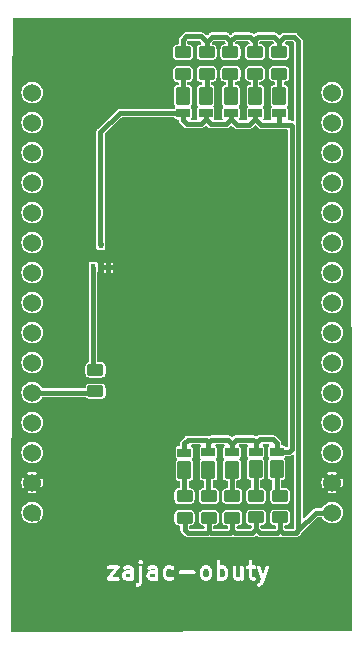
<source format=gbr>
%TF.GenerationSoftware,KiCad,Pcbnew,7.0.8-7.0.8~ubuntu22.04.1*%
%TF.CreationDate,2023-12-23T17:01:04+01:00*%
%TF.ProjectId,Smart_Light,536d6172-745f-44c6-9967-68742e6b6963,rev?*%
%TF.SameCoordinates,Original*%
%TF.FileFunction,Copper,L1,Top*%
%TF.FilePolarity,Positive*%
%FSLAX46Y46*%
G04 Gerber Fmt 4.6, Leading zero omitted, Abs format (unit mm)*
G04 Created by KiCad (PCBNEW 7.0.8-7.0.8~ubuntu22.04.1) date 2023-12-23 17:01:04*
%MOMM*%
%LPD*%
G01*
G04 APERTURE LIST*
G04 Aperture macros list*
%AMRoundRect*
0 Rectangle with rounded corners*
0 $1 Rounding radius*
0 $2 $3 $4 $5 $6 $7 $8 $9 X,Y pos of 4 corners*
0 Add a 4 corners polygon primitive as box body*
4,1,4,$2,$3,$4,$5,$6,$7,$8,$9,$2,$3,0*
0 Add four circle primitives for the rounded corners*
1,1,$1+$1,$2,$3*
1,1,$1+$1,$4,$5*
1,1,$1+$1,$6,$7*
1,1,$1+$1,$8,$9*
0 Add four rect primitives between the rounded corners*
20,1,$1+$1,$2,$3,$4,$5,0*
20,1,$1+$1,$4,$5,$6,$7,0*
20,1,$1+$1,$6,$7,$8,$9,0*
20,1,$1+$1,$8,$9,$2,$3,0*%
G04 Aperture macros list end*
%ADD10C,0.300000*%
%TA.AperFunction,SMDPad,CuDef*%
%ADD11RoundRect,0.050000X0.530000X-0.325000X0.530000X0.325000X-0.530000X0.325000X-0.530000X-0.325000X0*%
%TD*%
%TA.AperFunction,SMDPad,CuDef*%
%ADD12RoundRect,0.077333X0.502667X-0.672667X0.502667X0.672667X-0.502667X0.672667X-0.502667X-0.672667X0*%
%TD*%
%TA.AperFunction,SMDPad,CuDef*%
%ADD13RoundRect,0.250000X0.450000X-0.262500X0.450000X0.262500X-0.450000X0.262500X-0.450000X-0.262500X0*%
%TD*%
%TA.AperFunction,SMDPad,CuDef*%
%ADD14RoundRect,0.050000X-0.530000X0.325000X-0.530000X-0.325000X0.530000X-0.325000X0.530000X0.325000X0*%
%TD*%
%TA.AperFunction,SMDPad,CuDef*%
%ADD15RoundRect,0.077333X-0.502667X0.672667X-0.502667X-0.672667X0.502667X-0.672667X0.502667X0.672667X0*%
%TD*%
%TA.AperFunction,SMDPad,CuDef*%
%ADD16RoundRect,0.250000X-0.450000X0.262500X-0.450000X-0.262500X0.450000X-0.262500X0.450000X0.262500X0*%
%TD*%
%TA.AperFunction,SMDPad,CuDef*%
%ADD17R,0.450000X0.700000*%
%TD*%
%TA.AperFunction,ComponentPad*%
%ADD18C,1.524000*%
%TD*%
%TA.AperFunction,Conductor*%
%ADD19C,0.400000*%
%TD*%
G04 APERTURE END LIST*
D10*
G36*
X134571654Y-116906694D02*
G01*
X134543387Y-116920828D01*
X134257063Y-116920828D01*
X134190600Y-116887597D01*
X134157368Y-116821133D01*
X134157368Y-116749094D01*
X134190599Y-116682631D01*
X134257063Y-116649400D01*
X134571654Y-116649400D01*
X134571654Y-116906694D01*
G37*
G36*
X136643083Y-116906694D02*
G01*
X136614816Y-116920828D01*
X136328492Y-116920828D01*
X136262029Y-116887597D01*
X136228797Y-116821133D01*
X136228797Y-116749094D01*
X136262028Y-116682631D01*
X136328492Y-116649400D01*
X136643083Y-116649400D01*
X136643083Y-116906694D01*
G37*
G36*
X141132801Y-116265535D02*
G01*
X141169805Y-116302539D01*
X141214511Y-116391951D01*
X141214511Y-116749704D01*
X141169804Y-116839117D01*
X141132799Y-116876122D01*
X141043387Y-116920828D01*
X140899921Y-116920828D01*
X140810507Y-116876121D01*
X140773502Y-116839116D01*
X140728797Y-116749704D01*
X140728797Y-116391951D01*
X140773502Y-116302540D01*
X140810507Y-116265535D01*
X140899921Y-116220828D01*
X141043387Y-116220828D01*
X141132801Y-116265535D01*
G37*
G36*
X142489944Y-116265535D02*
G01*
X142526948Y-116302539D01*
X142571654Y-116391951D01*
X142571654Y-116749704D01*
X142526947Y-116839117D01*
X142489942Y-116876122D01*
X142400530Y-116920828D01*
X142185635Y-116920828D01*
X142157368Y-116906694D01*
X142157368Y-116234962D01*
X142185636Y-116220828D01*
X142400530Y-116220828D01*
X142489944Y-116265535D01*
G37*
G36*
X146512073Y-117935114D02*
G01*
X132357367Y-117935114D01*
X132357367Y-117570828D01*
X135000225Y-117570828D01*
X135020321Y-117645828D01*
X135075225Y-117700732D01*
X135150225Y-117720828D01*
X135221654Y-117720828D01*
X135254957Y-117711904D01*
X135288736Y-117704992D01*
X135431593Y-117633564D01*
X135438457Y-117627476D01*
X135447160Y-117624576D01*
X135467143Y-117602040D01*
X135489688Y-117582049D01*
X135492589Y-117573343D01*
X135498675Y-117566481D01*
X135500996Y-117561840D01*
X145286209Y-117561840D01*
X145301776Y-117637910D01*
X145353291Y-117696005D01*
X145426952Y-117720559D01*
X145503022Y-117704992D01*
X145645879Y-117633564D01*
X145663948Y-117617540D01*
X145684863Y-117605466D01*
X145756292Y-117534037D01*
X145771396Y-117507875D01*
X145789498Y-117483680D01*
X145932355Y-117126536D01*
X145932698Y-117123659D01*
X145934344Y-117121278D01*
X146291487Y-116121279D01*
X146297787Y-116043889D01*
X146264548Y-115973717D01*
X146200676Y-115929567D01*
X146123287Y-115923267D01*
X146053115Y-115956506D01*
X146008965Y-116020378D01*
X145793083Y-116624847D01*
X145577201Y-116020378D01*
X145533051Y-115956506D01*
X145462879Y-115923267D01*
X145385490Y-115929567D01*
X145321618Y-115973717D01*
X145288379Y-116043889D01*
X145294679Y-116121278D01*
X145632730Y-117067822D01*
X145522388Y-117343676D01*
X145489942Y-117376122D01*
X145368858Y-117436664D01*
X145310763Y-117488179D01*
X145286209Y-117561840D01*
X135500996Y-117561840D01*
X135570104Y-117423623D01*
X135577017Y-117389838D01*
X135585939Y-117356542D01*
X135585939Y-116856542D01*
X135928797Y-116856542D01*
X135937721Y-116889847D01*
X135944633Y-116923623D01*
X136016061Y-117066482D01*
X136022148Y-117073346D01*
X136025049Y-117082049D01*
X136047584Y-117102032D01*
X136067576Y-117124577D01*
X136076281Y-117127478D01*
X136083144Y-117133564D01*
X136226002Y-117204993D01*
X136259786Y-117211906D01*
X136293083Y-117220828D01*
X136650225Y-117220828D01*
X136683530Y-117211903D01*
X136717306Y-117204992D01*
X136723124Y-117202082D01*
X136793083Y-117220828D01*
X136868083Y-117200732D01*
X136922987Y-117145828D01*
X136943083Y-117070828D01*
X136943083Y-116785114D01*
X137285940Y-116785114D01*
X137294863Y-116818417D01*
X137301776Y-116852196D01*
X137373204Y-116995053D01*
X137389227Y-117013122D01*
X137401302Y-117034037D01*
X137472731Y-117105466D01*
X137493645Y-117117540D01*
X137511715Y-117133564D01*
X137654573Y-117204992D01*
X137688348Y-117211903D01*
X137721654Y-117220828D01*
X138007368Y-117220828D01*
X138040673Y-117211903D01*
X138074449Y-117204992D01*
X138217308Y-117133564D01*
X138275403Y-117082049D01*
X138299957Y-117008388D01*
X138284391Y-116932319D01*
X138232876Y-116874223D01*
X138159214Y-116849669D01*
X138083145Y-116865235D01*
X137971959Y-116920828D01*
X137757064Y-116920828D01*
X137667650Y-116876121D01*
X137630645Y-116839116D01*
X137603645Y-116785114D01*
X140428797Y-116785114D01*
X140437720Y-116818417D01*
X140444633Y-116852196D01*
X140516061Y-116995053D01*
X140532084Y-117013122D01*
X140544159Y-117034037D01*
X140615588Y-117105466D01*
X140636502Y-117117540D01*
X140654572Y-117133564D01*
X140797430Y-117204992D01*
X140831205Y-117211903D01*
X140864511Y-117220828D01*
X141078797Y-117220828D01*
X141112100Y-117211904D01*
X141145879Y-117204992D01*
X141288736Y-117133564D01*
X141306805Y-117117540D01*
X141327720Y-117105466D01*
X141362358Y-117070828D01*
X141857368Y-117070828D01*
X141877464Y-117145828D01*
X141932368Y-117200732D01*
X142007368Y-117220828D01*
X142077325Y-117202083D01*
X142083145Y-117204993D01*
X142116929Y-117211906D01*
X142150226Y-117220828D01*
X142435940Y-117220828D01*
X142469243Y-117211904D01*
X142503022Y-117204992D01*
X142645879Y-117133564D01*
X142663948Y-117117540D01*
X142684863Y-117105466D01*
X142756292Y-117034037D01*
X142768366Y-117013122D01*
X142784390Y-116995053D01*
X142853645Y-116856542D01*
X143214511Y-116856542D01*
X143223434Y-116889843D01*
X143230347Y-116923624D01*
X143301776Y-117066482D01*
X143307861Y-117073344D01*
X143310763Y-117082049D01*
X143333303Y-117102036D01*
X143353291Y-117124577D01*
X143361995Y-117127478D01*
X143368858Y-117133564D01*
X143511716Y-117204992D01*
X143545491Y-117211903D01*
X143578797Y-117220828D01*
X143793083Y-117220828D01*
X143826386Y-117211904D01*
X143860165Y-117204992D01*
X143911141Y-117179504D01*
X143932369Y-117200732D01*
X144007369Y-117220828D01*
X144082369Y-117200732D01*
X144137273Y-117145828D01*
X144157369Y-117070828D01*
X144157369Y-116070828D01*
X144357369Y-116070828D01*
X144377465Y-116145828D01*
X144432369Y-116200732D01*
X144507369Y-116220828D01*
X144571654Y-116220828D01*
X144571654Y-116856542D01*
X144580577Y-116889843D01*
X144587490Y-116923624D01*
X144658919Y-117066482D01*
X144665004Y-117073344D01*
X144667906Y-117082049D01*
X144690446Y-117102036D01*
X144710434Y-117124577D01*
X144719138Y-117127478D01*
X144726001Y-117133564D01*
X144868859Y-117204992D01*
X144902634Y-117211903D01*
X144935940Y-117220828D01*
X145078797Y-117220828D01*
X145153797Y-117200732D01*
X145208701Y-117145828D01*
X145228797Y-117070828D01*
X145208701Y-116995828D01*
X145153797Y-116940924D01*
X145078797Y-116920828D01*
X144971350Y-116920828D01*
X144904886Y-116887596D01*
X144871654Y-116821132D01*
X144871654Y-116220828D01*
X145078797Y-116220828D01*
X145153797Y-116200732D01*
X145208701Y-116145828D01*
X145228797Y-116070828D01*
X145208701Y-115995828D01*
X145153797Y-115940924D01*
X145078797Y-115920828D01*
X144871654Y-115920828D01*
X144871654Y-115570828D01*
X144851558Y-115495828D01*
X144796654Y-115440924D01*
X144721654Y-115420828D01*
X144646654Y-115440924D01*
X144591750Y-115495828D01*
X144571654Y-115570828D01*
X144571654Y-115920828D01*
X144507369Y-115920828D01*
X144432369Y-115940924D01*
X144377465Y-115995828D01*
X144357369Y-116070828D01*
X144157369Y-116070828D01*
X144137273Y-115995828D01*
X144082369Y-115940924D01*
X144007369Y-115920828D01*
X143932369Y-115940924D01*
X143877465Y-115995828D01*
X143857369Y-116070828D01*
X143857369Y-116865839D01*
X143847085Y-116876122D01*
X143757673Y-116920828D01*
X143614207Y-116920828D01*
X143547743Y-116887596D01*
X143514511Y-116821132D01*
X143514511Y-116070828D01*
X143494415Y-115995828D01*
X143439511Y-115940924D01*
X143364511Y-115920828D01*
X143289511Y-115940924D01*
X143234607Y-115995828D01*
X143214511Y-116070828D01*
X143214511Y-116856542D01*
X142853645Y-116856542D01*
X142855818Y-116852195D01*
X142862729Y-116818419D01*
X142871654Y-116785114D01*
X142871654Y-116356542D01*
X142862729Y-116323236D01*
X142855818Y-116289461D01*
X142784390Y-116146603D01*
X142768366Y-116128533D01*
X142756291Y-116107618D01*
X142684862Y-116036190D01*
X142663947Y-116024115D01*
X142645879Y-116008093D01*
X142503022Y-115936664D01*
X142469241Y-115929751D01*
X142435940Y-115920828D01*
X142157368Y-115920828D01*
X142157368Y-115570828D01*
X142137272Y-115495828D01*
X142082368Y-115440924D01*
X142007368Y-115420828D01*
X141932368Y-115440924D01*
X141877464Y-115495828D01*
X141857368Y-115570828D01*
X141857368Y-117070828D01*
X141362358Y-117070828D01*
X141399149Y-117034037D01*
X141411223Y-117013122D01*
X141427247Y-116995053D01*
X141498675Y-116852195D01*
X141505586Y-116818419D01*
X141514511Y-116785114D01*
X141514511Y-116356542D01*
X141505586Y-116323236D01*
X141498675Y-116289461D01*
X141427247Y-116146603D01*
X141411223Y-116128533D01*
X141399148Y-116107618D01*
X141327719Y-116036190D01*
X141306804Y-116024115D01*
X141288736Y-116008093D01*
X141145879Y-115936664D01*
X141112098Y-115929751D01*
X141078797Y-115920828D01*
X140864511Y-115920828D01*
X140831210Y-115929750D01*
X140797428Y-115936664D01*
X140654572Y-116008093D01*
X140636503Y-116024115D01*
X140615589Y-116036190D01*
X140544160Y-116107618D01*
X140532084Y-116128533D01*
X140516061Y-116146603D01*
X140444633Y-116289460D01*
X140437720Y-116323238D01*
X140428797Y-116356542D01*
X140428797Y-116785114D01*
X137603645Y-116785114D01*
X137585940Y-116749704D01*
X137585940Y-116499400D01*
X138643082Y-116499400D01*
X138663178Y-116574400D01*
X138718082Y-116629304D01*
X138793082Y-116649400D01*
X139935940Y-116649400D01*
X140010940Y-116629304D01*
X140065844Y-116574400D01*
X140085940Y-116499400D01*
X140065844Y-116424400D01*
X140010940Y-116369496D01*
X139935940Y-116349400D01*
X138793082Y-116349400D01*
X138718082Y-116369496D01*
X138663178Y-116424400D01*
X138643082Y-116499400D01*
X137585940Y-116499400D01*
X137585940Y-116391951D01*
X137630645Y-116302540D01*
X137667650Y-116265535D01*
X137757064Y-116220828D01*
X137971958Y-116220828D01*
X138083144Y-116276421D01*
X138159213Y-116291988D01*
X138232875Y-116267434D01*
X138284390Y-116209339D01*
X138299957Y-116133270D01*
X138275403Y-116059608D01*
X138217308Y-116008093D01*
X138074450Y-115936664D01*
X138040669Y-115929751D01*
X138007368Y-115920828D01*
X137721654Y-115920828D01*
X137688353Y-115929750D01*
X137654571Y-115936664D01*
X137511715Y-116008093D01*
X137493646Y-116024115D01*
X137472732Y-116036190D01*
X137401303Y-116107618D01*
X137389227Y-116128533D01*
X137373204Y-116146603D01*
X137301776Y-116289460D01*
X137294863Y-116323238D01*
X137285940Y-116356542D01*
X137285940Y-116785114D01*
X136943083Y-116785114D01*
X136943083Y-116285114D01*
X136934160Y-116251813D01*
X136927247Y-116218031D01*
X136855818Y-116075175D01*
X136849731Y-116068311D01*
X136846831Y-116059609D01*
X136824290Y-116039620D01*
X136804302Y-116017080D01*
X136795599Y-116014179D01*
X136788736Y-116008093D01*
X136645879Y-115936664D01*
X136612098Y-115929751D01*
X136578797Y-115920828D01*
X136293083Y-115920828D01*
X136259781Y-115929751D01*
X136226001Y-115936664D01*
X136083143Y-116008093D01*
X136025048Y-116059608D01*
X136000494Y-116133270D01*
X136016061Y-116209339D01*
X136067576Y-116267434D01*
X136141238Y-116291988D01*
X136217307Y-116276421D01*
X136328493Y-116220828D01*
X136543387Y-116220828D01*
X136609851Y-116254060D01*
X136643083Y-116320524D01*
X136643083Y-116335266D01*
X136614815Y-116349400D01*
X136293083Y-116349400D01*
X136259786Y-116358321D01*
X136226002Y-116365235D01*
X136083144Y-116436664D01*
X136076281Y-116442749D01*
X136067576Y-116445651D01*
X136047584Y-116468195D01*
X136025049Y-116488179D01*
X136022148Y-116496881D01*
X136016061Y-116503746D01*
X135944633Y-116646603D01*
X135937720Y-116680381D01*
X135928797Y-116713685D01*
X135928797Y-116856542D01*
X135585939Y-116856542D01*
X135585939Y-116070828D01*
X135565843Y-115995828D01*
X135510939Y-115940924D01*
X135435939Y-115920828D01*
X135360939Y-115940924D01*
X135306035Y-115995828D01*
X135285939Y-116070828D01*
X135285939Y-117321132D01*
X135252707Y-117387596D01*
X135186244Y-117420828D01*
X135150225Y-117420828D01*
X135075225Y-117440924D01*
X135020321Y-117495828D01*
X135000225Y-117570828D01*
X132357367Y-117570828D01*
X132357367Y-117070828D01*
X132571653Y-117070828D01*
X132579027Y-117098348D01*
X132582422Y-117126637D01*
X132588936Y-117135331D01*
X132591749Y-117145828D01*
X132611896Y-117165975D01*
X132628980Y-117188776D01*
X132638969Y-117193048D01*
X132646653Y-117200732D01*
X132674170Y-117208105D01*
X132700369Y-117219311D01*
X132711158Y-117218016D01*
X132721653Y-117220828D01*
X133507368Y-117220828D01*
X133582368Y-117200732D01*
X133637272Y-117145828D01*
X133657368Y-117070828D01*
X133637272Y-116995828D01*
X133582368Y-116940924D01*
X133507368Y-116920828D01*
X133030273Y-116920828D01*
X133080783Y-116856542D01*
X133857368Y-116856542D01*
X133866292Y-116889847D01*
X133873204Y-116923623D01*
X133944632Y-117066482D01*
X133950719Y-117073346D01*
X133953620Y-117082049D01*
X133976155Y-117102032D01*
X133996147Y-117124577D01*
X134004852Y-117127478D01*
X134011715Y-117133564D01*
X134154573Y-117204993D01*
X134188357Y-117211906D01*
X134221654Y-117220828D01*
X134578796Y-117220828D01*
X134612101Y-117211903D01*
X134645877Y-117204992D01*
X134651695Y-117202082D01*
X134721654Y-117220828D01*
X134796654Y-117200732D01*
X134851558Y-117145828D01*
X134871654Y-117070828D01*
X134871654Y-116285114D01*
X134862731Y-116251813D01*
X134855818Y-116218031D01*
X134784389Y-116075175D01*
X134778302Y-116068311D01*
X134775402Y-116059609D01*
X134752861Y-116039620D01*
X134732873Y-116017080D01*
X134724170Y-116014179D01*
X134717307Y-116008093D01*
X134574450Y-115936664D01*
X134540669Y-115929751D01*
X134507368Y-115920828D01*
X134221654Y-115920828D01*
X134188352Y-115929751D01*
X134154572Y-115936664D01*
X134011714Y-116008093D01*
X133953619Y-116059608D01*
X133929065Y-116133270D01*
X133944632Y-116209339D01*
X133996147Y-116267434D01*
X134069809Y-116291988D01*
X134145878Y-116276421D01*
X134257064Y-116220828D01*
X134471958Y-116220828D01*
X134538422Y-116254060D01*
X134571654Y-116320524D01*
X134571654Y-116335266D01*
X134543386Y-116349400D01*
X134221654Y-116349400D01*
X134188357Y-116358321D01*
X134154573Y-116365235D01*
X134011715Y-116436664D01*
X134004852Y-116442749D01*
X133996147Y-116445651D01*
X133976155Y-116468195D01*
X133953620Y-116488179D01*
X133950719Y-116496881D01*
X133944632Y-116503746D01*
X133873204Y-116646603D01*
X133866291Y-116680381D01*
X133857368Y-116713685D01*
X133857368Y-116856542D01*
X133080783Y-116856542D01*
X133625316Y-116163501D01*
X133629588Y-116153511D01*
X133637272Y-116145828D01*
X133644645Y-116118310D01*
X133655851Y-116092112D01*
X133654556Y-116081322D01*
X133657368Y-116070828D01*
X133649993Y-116043307D01*
X133646599Y-116015019D01*
X133640084Y-116006324D01*
X133637272Y-115995828D01*
X133617124Y-115975680D01*
X133600041Y-115952880D01*
X133590051Y-115948607D01*
X133582368Y-115940924D01*
X133554850Y-115933550D01*
X133528652Y-115922345D01*
X133517862Y-115923639D01*
X133507368Y-115920828D01*
X132721653Y-115920828D01*
X132646653Y-115940924D01*
X132591749Y-115995828D01*
X132571653Y-116070828D01*
X132591749Y-116145828D01*
X132646653Y-116200732D01*
X132721653Y-116220828D01*
X133198748Y-116220828D01*
X132603705Y-116978155D01*
X132599432Y-116988144D01*
X132591749Y-116995828D01*
X132584375Y-117023345D01*
X132573170Y-117049544D01*
X132574464Y-117060333D01*
X132571653Y-117070828D01*
X132357367Y-117070828D01*
X132357367Y-115681081D01*
X135219622Y-115681081D01*
X135238447Y-115713685D01*
X135258445Y-115748323D01*
X135329873Y-115819751D01*
X135329875Y-115819752D01*
X135346974Y-115829624D01*
X135360939Y-115843589D01*
X135380012Y-115848699D01*
X135397115Y-115858574D01*
X135397116Y-115858574D01*
X135416864Y-115858574D01*
X135435939Y-115863685D01*
X135455014Y-115858574D01*
X135474762Y-115858574D01*
X135491864Y-115848700D01*
X135510939Y-115843589D01*
X135524902Y-115829625D01*
X135542004Y-115819752D01*
X135613433Y-115748324D01*
X135613435Y-115748322D01*
X135633432Y-115713685D01*
X135652257Y-115681081D01*
X135652257Y-115603435D01*
X135652257Y-115603434D01*
X135613434Y-115536191D01*
X135542005Y-115464762D01*
X135542004Y-115464761D01*
X135524902Y-115454887D01*
X135510939Y-115440924D01*
X135491864Y-115435812D01*
X135474762Y-115425939D01*
X135474761Y-115425939D01*
X135455014Y-115425939D01*
X135435939Y-115420828D01*
X135416864Y-115425939D01*
X135397115Y-115425939D01*
X135380012Y-115435813D01*
X135360939Y-115440924D01*
X135346974Y-115454888D01*
X135329873Y-115464762D01*
X135329872Y-115464762D01*
X135329872Y-115464763D01*
X135258445Y-115536191D01*
X135219622Y-115603434D01*
X135219622Y-115603435D01*
X135219622Y-115681081D01*
X132357367Y-115681081D01*
X132357367Y-115206542D01*
X146512073Y-115206542D01*
X146512073Y-117935114D01*
G37*
D11*
%TO.P,D3,1,K*%
%TO.N,Net-(D1-K)*%
X143160000Y-106350000D03*
D12*
%TO.P,D3,2,A*%
%TO.N,Net-(D3-A)*%
X143160000Y-107825000D03*
%TD*%
D13*
%TO.P,R11,1*%
%TO.N,/LIGHT_CTRL*%
X131610000Y-101190000D03*
%TO.P,R11,2*%
%TO.N,Net-(Q1-B)*%
X131610000Y-99365000D03*
%TD*%
D14*
%TO.P,D6,1,K*%
%TO.N,Net-(D1-K)*%
X139020000Y-77630000D03*
D15*
%TO.P,D6,2,A*%
%TO.N,Net-(D6-A)*%
X139020000Y-76155000D03*
%TD*%
D13*
%TO.P,R3,1*%
%TO.N,+5V*%
X143200000Y-111885000D03*
%TO.P,R3,2*%
%TO.N,Net-(D3-A)*%
X143200000Y-110060000D03*
%TD*%
D11*
%TO.P,D5,1,K*%
%TO.N,Net-(D1-K)*%
X139140000Y-106370000D03*
D12*
%TO.P,D5,2,A*%
%TO.N,Net-(D5-A)*%
X139140000Y-107845000D03*
%TD*%
D13*
%TO.P,R5,1*%
%TO.N,+5V*%
X139150000Y-111875000D03*
%TO.P,R5,2*%
%TO.N,Net-(D5-A)*%
X139150000Y-110050000D03*
%TD*%
D16*
%TO.P,R9,1*%
%TO.N,+5V*%
X145110000Y-72460000D03*
%TO.P,R9,2*%
%TO.N,Net-(D9-A)*%
X145110000Y-74285000D03*
%TD*%
D13*
%TO.P,R2,1*%
%TO.N,+5V*%
X145210000Y-111865000D03*
%TO.P,R2,2*%
%TO.N,Net-(D2-A)*%
X145210000Y-110040000D03*
%TD*%
D11*
%TO.P,D2,1,K*%
%TO.N,Net-(D1-K)*%
X145160000Y-106290000D03*
D12*
%TO.P,D2,2,A*%
%TO.N,Net-(D2-A)*%
X145160000Y-107765000D03*
%TD*%
D16*
%TO.P,R10,1*%
%TO.N,+5V*%
X147180000Y-72460000D03*
%TO.P,R10,2*%
%TO.N,Net-(D10-A)*%
X147180000Y-74285000D03*
%TD*%
D13*
%TO.P,R1,1*%
%TO.N,+5V*%
X147230000Y-111865000D03*
%TO.P,R1,2*%
%TO.N,Net-(D1-A)*%
X147230000Y-110040000D03*
%TD*%
D16*
%TO.P,R6,1*%
%TO.N,+5V*%
X139000000Y-72490000D03*
%TO.P,R6,2*%
%TO.N,Net-(D6-A)*%
X139000000Y-74315000D03*
%TD*%
D17*
%TO.P,Q1,1,B*%
%TO.N,Net-(Q1-B)*%
X131410000Y-90710000D03*
%TO.P,Q1,2,E*%
%TO.N,Earth*%
X132710000Y-90710000D03*
%TO.P,Q1,3,C*%
%TO.N,Net-(D1-K)*%
X132060000Y-88710000D03*
%TD*%
D13*
%TO.P,R4,1*%
%TO.N,+5V*%
X141200000Y-111875000D03*
%TO.P,R4,2*%
%TO.N,Net-(D4-A)*%
X141200000Y-110050000D03*
%TD*%
D16*
%TO.P,R7,1*%
%TO.N,+5V*%
X141020000Y-72490000D03*
%TO.P,R7,2*%
%TO.N,Net-(D7-A)*%
X141020000Y-74315000D03*
%TD*%
D14*
%TO.P,D7,1,K*%
%TO.N,Net-(D1-K)*%
X140950000Y-77630000D03*
D15*
%TO.P,D7,2,A*%
%TO.N,Net-(D7-A)*%
X140950000Y-76155000D03*
%TD*%
D16*
%TO.P,R8,1*%
%TO.N,+5V*%
X143040000Y-72470000D03*
%TO.P,R8,2*%
%TO.N,Net-(D8-A)*%
X143040000Y-74295000D03*
%TD*%
D14*
%TO.P,D10,1,K*%
%TO.N,Net-(D1-K)*%
X147180000Y-77660000D03*
D15*
%TO.P,D10,2,A*%
%TO.N,Net-(D10-A)*%
X147180000Y-76185000D03*
%TD*%
D14*
%TO.P,D8,1,K*%
%TO.N,Net-(D1-K)*%
X143080000Y-77650000D03*
D15*
%TO.P,D8,2,A*%
%TO.N,Net-(D8-A)*%
X143080000Y-76175000D03*
%TD*%
D14*
%TO.P,D9,1,K*%
%TO.N,Net-(D1-K)*%
X145140000Y-77650000D03*
D15*
%TO.P,D9,2,A*%
%TO.N,Net-(D9-A)*%
X145140000Y-76175000D03*
%TD*%
D11*
%TO.P,D1,1,K*%
%TO.N,Net-(D1-K)*%
X146947500Y-106295000D03*
D12*
%TO.P,D1,2,A*%
%TO.N,Net-(D1-A)*%
X146947500Y-107770000D03*
%TD*%
D11*
%TO.P,D4,1,K*%
%TO.N,Net-(D1-K)*%
X141170000Y-106350000D03*
D12*
%TO.P,D4,2,A*%
%TO.N,Net-(D4-A)*%
X141170000Y-107825000D03*
%TD*%
D18*
%TO.P,U1,1,EN*%
%TO.N,unconnected-(U1-EN-Pad1)*%
X151645000Y-75900000D03*
%TO.P,U1,2,GPIO36*%
%TO.N,unconnected-(U1-GPIO36-Pad2)*%
X151645000Y-78440000D03*
%TO.P,U1,3,GPIO39*%
%TO.N,unconnected-(U1-GPIO39-Pad3)*%
X151645000Y-80980000D03*
%TO.P,U1,4,GPIO34*%
%TO.N,unconnected-(U1-GPIO34-Pad4)*%
X151645000Y-83520000D03*
%TO.P,U1,5,GPIO35*%
%TO.N,unconnected-(U1-GPIO35-Pad5)*%
X151645000Y-86060000D03*
%TO.P,U1,6,GPIO32*%
%TO.N,unconnected-(U1-GPIO32-Pad6)*%
X151645000Y-88600000D03*
%TO.P,U1,7,GPIO33*%
%TO.N,unconnected-(U1-GPIO33-Pad7)*%
X151645000Y-91140000D03*
%TO.P,U1,8,GPIO25*%
%TO.N,unconnected-(U1-GPIO25-Pad8)*%
X151645000Y-93680000D03*
%TO.P,U1,9,GPIO26*%
%TO.N,unconnected-(U1-GPIO26-Pad9)*%
X151645000Y-96220000D03*
%TO.P,U1,10,GPIO27*%
%TO.N,unconnected-(U1-GPIO27-Pad10)*%
X151645000Y-98760000D03*
%TO.P,U1,11,GPIO14*%
%TO.N,unconnected-(U1-GPIO14-Pad11)*%
X151645000Y-101300000D03*
%TO.P,U1,12,GPIO12*%
%TO.N,unconnected-(U1-GPIO12-Pad12)*%
X151645000Y-103840000D03*
%TO.P,U1,13,GPIO13*%
%TO.N,unconnected-(U1-GPIO13-Pad13)*%
X151645000Y-106380000D03*
%TO.P,U1,14,GND*%
%TO.N,Earth*%
X151645000Y-108920000D03*
%TO.P,U1,15,VIN*%
%TO.N,+5V*%
X151645000Y-111460000D03*
%TO.P,U1,16,GPIO23*%
%TO.N,unconnected-(U1-GPIO23-Pad16)*%
X126245000Y-75900000D03*
%TO.P,U1,17,GPIO22*%
%TO.N,unconnected-(U1-GPIO22-Pad17)*%
X126245000Y-78440000D03*
%TO.P,U1,18,GPIO01*%
%TO.N,unconnected-(U1-GPIO01-Pad18)*%
X126245000Y-80980000D03*
%TO.P,U1,19,GPIO03*%
%TO.N,unconnected-(U1-GPIO03-Pad19)*%
X126245000Y-83520000D03*
%TO.P,U1,20,GPIO21*%
%TO.N,unconnected-(U1-GPIO21-Pad20)*%
X126245000Y-86060000D03*
%TO.P,U1,21,GPIO19*%
%TO.N,unconnected-(U1-GPIO19-Pad21)*%
X126245000Y-88600000D03*
%TO.P,U1,22,GPIO18*%
%TO.N,unconnected-(U1-GPIO18-Pad22)*%
X126245000Y-91140000D03*
%TO.P,U1,23,GPIO05*%
%TO.N,unconnected-(U1-GPIO05-Pad23)*%
X126245000Y-93680000D03*
%TO.P,U1,24,GPIO17*%
%TO.N,unconnected-(U1-GPIO17-Pad24)*%
X126245000Y-96220000D03*
%TO.P,U1,25,GPIO16*%
%TO.N,unconnected-(U1-GPIO16-Pad25)*%
X126245000Y-98760000D03*
%TO.P,U1,26,GPIO04*%
%TO.N,/LIGHT_CTRL*%
X126245000Y-101300000D03*
%TO.P,U1,27,GPIO02*%
%TO.N,unconnected-(U1-GPIO02-Pad27)*%
X126245000Y-103840000D03*
%TO.P,U1,28,GPIO15*%
%TO.N,unconnected-(U1-GPIO15-Pad28)*%
X126245000Y-106380000D03*
%TO.P,U1,29,GND*%
%TO.N,Earth*%
X126245000Y-108920000D03*
%TO.P,U1,30,3V3*%
%TO.N,unconnected-(U1-3V3-Pad30)*%
X126245000Y-111460000D03*
%TD*%
D19*
%TO.N,+5V*%
X148792500Y-112927500D02*
X150260000Y-111460000D01*
X150260000Y-111460000D02*
X151645000Y-111460000D01*
%TO.N,Net-(D1-K)*%
X141390000Y-105280000D02*
X141170000Y-105500000D01*
X145140000Y-78110000D02*
X144640000Y-78610000D01*
X143080000Y-78130000D02*
X143080000Y-77650000D01*
X146660000Y-105260000D02*
X145500000Y-105260000D01*
X133645000Y-77630000D02*
X139020000Y-77630000D01*
X147160000Y-78610000D02*
X145640000Y-78610000D01*
X143510000Y-105270000D02*
X143160000Y-105620000D01*
X147160000Y-78610000D02*
X147180000Y-78590000D01*
X144640000Y-78610000D02*
X143560000Y-78610000D01*
X145090000Y-105420000D02*
X145160000Y-105490000D01*
X145160000Y-105490000D02*
X145160000Y-106290000D01*
X140530000Y-78560000D02*
X139350000Y-78560000D01*
X142820000Y-105280000D02*
X141390000Y-105280000D01*
X141390000Y-78580000D02*
X140950000Y-78140000D01*
X144940000Y-105270000D02*
X143510000Y-105270000D01*
X143160000Y-105620000D02*
X142820000Y-105280000D01*
X148130000Y-78610000D02*
X147160000Y-78610000D01*
X143160000Y-105620000D02*
X143160000Y-106350000D01*
X140970000Y-105300000D02*
X139430000Y-105300000D01*
X145140000Y-78110000D02*
X145140000Y-77650000D01*
X140950000Y-78140000D02*
X140950000Y-77630000D01*
X145500000Y-105260000D02*
X145160000Y-105600000D01*
X132035000Y-79240000D02*
X133645000Y-77630000D01*
X139350000Y-78560000D02*
X139020000Y-78230000D01*
X132035000Y-88685000D02*
X132060000Y-88710000D01*
X140950000Y-78140000D02*
X140530000Y-78560000D01*
X146947500Y-105547500D02*
X146660000Y-105260000D01*
X146947500Y-106295000D02*
X146947500Y-105547500D01*
X139020000Y-78230000D02*
X139020000Y-77630000D01*
X139140000Y-105590000D02*
X139140000Y-106370000D01*
X142630000Y-78580000D02*
X141390000Y-78580000D01*
X147180000Y-78590000D02*
X147180000Y-77660000D01*
X148242500Y-78722500D02*
X148130000Y-78610000D01*
X148035000Y-106295000D02*
X148242500Y-106087500D01*
X132035000Y-79240000D02*
X132035000Y-88685000D01*
X145640000Y-78610000D02*
X145140000Y-78110000D01*
X148242500Y-106087500D02*
X148242500Y-78722500D01*
X141170000Y-105500000D02*
X141170000Y-106350000D01*
X145090000Y-105420000D02*
X144940000Y-105270000D01*
X146947500Y-106295000D02*
X148035000Y-106295000D01*
X141170000Y-105500000D02*
X140970000Y-105300000D01*
X143080000Y-78130000D02*
X142630000Y-78580000D01*
X143560000Y-78610000D02*
X143080000Y-78130000D01*
X139430000Y-105300000D02*
X139140000Y-105590000D01*
%TO.N,Net-(D1-A)*%
X146947500Y-109757500D02*
X147230000Y-110040000D01*
X146947500Y-107770000D02*
X146947500Y-109757500D01*
%TO.N,Net-(D2-A)*%
X145160000Y-109990000D02*
X145210000Y-110040000D01*
X145160000Y-107765000D02*
X145160000Y-109990000D01*
%TO.N,Net-(D3-A)*%
X143160000Y-107825000D02*
X143160000Y-110020000D01*
X143160000Y-110020000D02*
X143200000Y-110060000D01*
%TO.N,Net-(D4-A)*%
X141170000Y-110020000D02*
X141200000Y-110050000D01*
X141170000Y-107825000D02*
X141170000Y-110020000D01*
%TO.N,Net-(D5-A)*%
X139140000Y-107845000D02*
X139140000Y-110040000D01*
X139140000Y-110040000D02*
X139150000Y-110050000D01*
%TO.N,Net-(D6-A)*%
X139020000Y-74335000D02*
X139000000Y-74315000D01*
X139020000Y-76155000D02*
X139020000Y-74335000D01*
%TO.N,Net-(D7-A)*%
X141020000Y-74315000D02*
X141020000Y-76085000D01*
X141020000Y-76085000D02*
X140950000Y-76155000D01*
%TO.N,Net-(D8-A)*%
X143040000Y-76135000D02*
X143080000Y-76175000D01*
X143040000Y-74295000D02*
X143040000Y-76135000D01*
%TO.N,Net-(D9-A)*%
X145110000Y-76145000D02*
X145140000Y-76175000D01*
X145110000Y-74285000D02*
X145110000Y-76145000D01*
%TO.N,Net-(D10-A)*%
X147180000Y-74285000D02*
X147180000Y-76185000D01*
%TO.N,Net-(Q1-B)*%
X131410000Y-90710000D02*
X131410000Y-99165000D01*
X131410000Y-99165000D02*
X131610000Y-99365000D01*
%TO.N,+5V*%
X141020000Y-113210000D02*
X139460000Y-113210000D01*
X147450000Y-113170000D02*
X148550000Y-113170000D01*
X147230000Y-112950000D02*
X147000000Y-113180000D01*
X144670000Y-71150000D02*
X145110000Y-71590000D01*
X148550000Y-113170000D02*
X148792500Y-112927500D01*
X148410000Y-71160000D02*
X147600000Y-71160000D01*
%TO.N,unconnected-(U1-3V3-Pad30)*%
X126255000Y-111450000D02*
X126245000Y-111460000D01*
%TO.N,+5V*%
X143200000Y-112970000D02*
X142980000Y-113190000D01*
X141200000Y-113030000D02*
X141200000Y-111875000D01*
X139000000Y-72490000D02*
X139000000Y-71450000D01*
%TO.N,unconnected-(U1-3V3-Pad30)*%
X126660000Y-111875000D02*
X126245000Y-111460000D01*
%TO.N,+5V*%
X146750000Y-71150000D02*
X145340000Y-71150000D01*
X142650000Y-71150000D02*
X143040000Y-71540000D01*
X143200000Y-112970000D02*
X143200000Y-111885000D01*
X141020000Y-71610000D02*
X141480000Y-71150000D01*
X143410000Y-113180000D02*
X143200000Y-112970000D01*
X145340000Y-71150000D02*
X145110000Y-71380000D01*
X141200000Y-113030000D02*
X141020000Y-113210000D01*
X139000000Y-71450000D02*
X139310000Y-71140000D01*
X145210000Y-112870000D02*
X144900000Y-113180000D01*
X141020000Y-72490000D02*
X141020000Y-71610000D01*
X139460000Y-113210000D02*
X139150000Y-112900000D01*
X147230000Y-112950000D02*
X147450000Y-113170000D01*
X145110000Y-71380000D02*
X145110000Y-72460000D01*
X139310000Y-71140000D02*
X140550000Y-71140000D01*
X147600000Y-71160000D02*
X147180000Y-71580000D01*
X141480000Y-71150000D02*
X142650000Y-71150000D01*
X143040000Y-71540000D02*
X143430000Y-71150000D01*
X143040000Y-72470000D02*
X143040000Y-71540000D01*
X145210000Y-112850000D02*
X145210000Y-111865000D01*
X147180000Y-71580000D02*
X146750000Y-71150000D01*
X140550000Y-71140000D02*
X141020000Y-71610000D01*
X148792500Y-112927500D02*
X148792500Y-71542500D01*
X142980000Y-113190000D02*
X141360000Y-113190000D01*
X147230000Y-111865000D02*
X147230000Y-112950000D01*
X144900000Y-113180000D02*
X143410000Y-113180000D01*
X148792500Y-71542500D02*
X148410000Y-71160000D01*
X141360000Y-113190000D02*
X141200000Y-113030000D01*
X143430000Y-71150000D02*
X144670000Y-71150000D01*
X145540000Y-113180000D02*
X145210000Y-112850000D01*
X147180000Y-72460000D02*
X147180000Y-71580000D01*
X139150000Y-112900000D02*
X139150000Y-111875000D01*
X147000000Y-113180000D02*
X145540000Y-113180000D01*
%TO.N,/LIGHT_CTRL*%
X131500000Y-101300000D02*
X131610000Y-101190000D01*
X126245000Y-101300000D02*
X131500000Y-101300000D01*
%TD*%
%TA.AperFunction,Conductor*%
%TO.N,Earth*%
G36*
X153146370Y-69589870D02*
G01*
X153213387Y-69609625D01*
X153259086Y-69662477D01*
X153270238Y-69713631D01*
X153369761Y-121326318D01*
X153350206Y-121393395D01*
X153297490Y-121439252D01*
X153246319Y-121450556D01*
X124584870Y-121579438D01*
X124517742Y-121560055D01*
X124471750Y-121507457D01*
X124460312Y-121455129D01*
X124475916Y-115211251D01*
X132362076Y-115211251D01*
X132362076Y-117930126D01*
X146507278Y-117930126D01*
X146507278Y-115211251D01*
X132362076Y-115211251D01*
X124475916Y-115211251D01*
X124480080Y-113545042D01*
X124485291Y-111460000D01*
X125327474Y-111460000D01*
X125347524Y-111650764D01*
X125347525Y-111650767D01*
X125406795Y-111833185D01*
X125406798Y-111833191D01*
X125502704Y-111999306D01*
X125502709Y-111999313D01*
X125631054Y-112141854D01*
X125631056Y-112141856D01*
X125786235Y-112254600D01*
X125786236Y-112254601D01*
X125961469Y-112332619D01*
X126149092Y-112372500D01*
X126340908Y-112372500D01*
X126528531Y-112332619D01*
X126703763Y-112254601D01*
X126751606Y-112219841D01*
X126779410Y-112204643D01*
X126841897Y-112180262D01*
X126931159Y-112104660D01*
X126991037Y-112004171D01*
X126991037Y-112004166D01*
X126994773Y-111994596D01*
X126994944Y-111994662D01*
X127004681Y-111969191D01*
X127042827Y-111903121D01*
X127083202Y-111833191D01*
X127142476Y-111650764D01*
X127162526Y-111460000D01*
X127142476Y-111269236D01*
X127090420Y-111109023D01*
X127083204Y-111086814D01*
X127083201Y-111086808D01*
X126987295Y-110920693D01*
X126987290Y-110920686D01*
X126858945Y-110778145D01*
X126858943Y-110778143D01*
X126703764Y-110665399D01*
X126703763Y-110665398D01*
X126528530Y-110587380D01*
X126340908Y-110547500D01*
X126149092Y-110547500D01*
X125961469Y-110587380D01*
X125961468Y-110587380D01*
X125786236Y-110665398D01*
X125786235Y-110665399D01*
X125631056Y-110778143D01*
X125631054Y-110778145D01*
X125502709Y-110920686D01*
X125502704Y-110920693D01*
X125406798Y-111086808D01*
X125406795Y-111086814D01*
X125347525Y-111269232D01*
X125347524Y-111269236D01*
X125327474Y-111460000D01*
X124485291Y-111460000D01*
X124491639Y-108920000D01*
X125327976Y-108920000D01*
X125348016Y-109110663D01*
X125407254Y-109292980D01*
X125407257Y-109292987D01*
X125447960Y-109363486D01*
X125860096Y-108951350D01*
X125860051Y-108951898D01*
X125891266Y-109075162D01*
X125960813Y-109181612D01*
X126061157Y-109259713D01*
X126181422Y-109301000D01*
X126217553Y-109301000D01*
X125798871Y-109719679D01*
X125961626Y-109792142D01*
X126149144Y-109831999D01*
X126149145Y-109832000D01*
X126340855Y-109832000D01*
X126340855Y-109831999D01*
X126528373Y-109792142D01*
X126528381Y-109792140D01*
X126691126Y-109719680D01*
X126691126Y-109719679D01*
X126272448Y-109301000D01*
X126276569Y-109301000D01*
X126370421Y-109285339D01*
X126482251Y-109224820D01*
X126568371Y-109131269D01*
X126619448Y-109014823D01*
X126625105Y-108946552D01*
X127042038Y-109363486D01*
X127042039Y-109363485D01*
X127082743Y-109292987D01*
X127141983Y-109110663D01*
X127162023Y-108920000D01*
X127141983Y-108729336D01*
X127082744Y-108547015D01*
X127042038Y-108476512D01*
X126629903Y-108888648D01*
X126629949Y-108888102D01*
X126598734Y-108764838D01*
X126529187Y-108658388D01*
X126428843Y-108580287D01*
X126308578Y-108539000D01*
X126272448Y-108539000D01*
X126691127Y-108120319D01*
X126528373Y-108047857D01*
X126340855Y-108008000D01*
X126149145Y-108008000D01*
X125961627Y-108047857D01*
X125961624Y-108047857D01*
X125798871Y-108120319D01*
X126217553Y-108539000D01*
X126213431Y-108539000D01*
X126119579Y-108554661D01*
X126007749Y-108615180D01*
X125921629Y-108708731D01*
X125870552Y-108825177D01*
X125864894Y-108893446D01*
X125447960Y-108476513D01*
X125407257Y-108547012D01*
X125407254Y-108547019D01*
X125348016Y-108729336D01*
X125327976Y-108920000D01*
X124491639Y-108920000D01*
X124497986Y-106380000D01*
X125327474Y-106380000D01*
X125347524Y-106570764D01*
X125347525Y-106570767D01*
X125406795Y-106753185D01*
X125406798Y-106753191D01*
X125502704Y-106919306D01*
X125502709Y-106919313D01*
X125631054Y-107061854D01*
X125631056Y-107061856D01*
X125786235Y-107174600D01*
X125786236Y-107174601D01*
X125961469Y-107252619D01*
X126149092Y-107292500D01*
X126340908Y-107292500D01*
X126528531Y-107252619D01*
X126703763Y-107174601D01*
X126858945Y-107061855D01*
X126974899Y-106933074D01*
X126987290Y-106919313D01*
X126987295Y-106919306D01*
X127000774Y-106895960D01*
X127083202Y-106753191D01*
X127142476Y-106570764D01*
X127162526Y-106380000D01*
X127142476Y-106189236D01*
X127103887Y-106070473D01*
X127083204Y-106006814D01*
X127083201Y-106006808D01*
X126987295Y-105840693D01*
X126987290Y-105840686D01*
X126858945Y-105698145D01*
X126858943Y-105698143D01*
X126703764Y-105585399D01*
X126703763Y-105585398D01*
X126528530Y-105507380D01*
X126340908Y-105467500D01*
X126149092Y-105467500D01*
X125961469Y-105507380D01*
X125961468Y-105507380D01*
X125786236Y-105585398D01*
X125786235Y-105585399D01*
X125631056Y-105698143D01*
X125631054Y-105698145D01*
X125502709Y-105840686D01*
X125502704Y-105840693D01*
X125406798Y-106006808D01*
X125406795Y-106006814D01*
X125347525Y-106189232D01*
X125347524Y-106189236D01*
X125327474Y-106380000D01*
X124497986Y-106380000D01*
X124504333Y-103840000D01*
X125327474Y-103840000D01*
X125347524Y-104030764D01*
X125347525Y-104030767D01*
X125406795Y-104213185D01*
X125406798Y-104213191D01*
X125502704Y-104379306D01*
X125502709Y-104379313D01*
X125631054Y-104521854D01*
X125631056Y-104521856D01*
X125786235Y-104634600D01*
X125786236Y-104634601D01*
X125961469Y-104712619D01*
X126149092Y-104752500D01*
X126340908Y-104752500D01*
X126528531Y-104712619D01*
X126703763Y-104634601D01*
X126858945Y-104521855D01*
X126941348Y-104430336D01*
X126987290Y-104379313D01*
X126987295Y-104379306D01*
X127083202Y-104213191D01*
X127142476Y-104030764D01*
X127162526Y-103840000D01*
X127142476Y-103649236D01*
X127083202Y-103466809D01*
X126987294Y-103300692D01*
X126987290Y-103300686D01*
X126858945Y-103158145D01*
X126858943Y-103158143D01*
X126703764Y-103045399D01*
X126703763Y-103045398D01*
X126528530Y-102967380D01*
X126340908Y-102927500D01*
X126149092Y-102927500D01*
X125961469Y-102967380D01*
X125961468Y-102967380D01*
X125786236Y-103045398D01*
X125786235Y-103045399D01*
X125631056Y-103158143D01*
X125631054Y-103158145D01*
X125502709Y-103300686D01*
X125502704Y-103300693D01*
X125406798Y-103466808D01*
X125406795Y-103466814D01*
X125347525Y-103649232D01*
X125347524Y-103649236D01*
X125327474Y-103840000D01*
X124504333Y-103840000D01*
X124510681Y-101300000D01*
X125327474Y-101300000D01*
X125347524Y-101490764D01*
X125347525Y-101490767D01*
X125406795Y-101673185D01*
X125406798Y-101673191D01*
X125502704Y-101839306D01*
X125502709Y-101839313D01*
X125631054Y-101981854D01*
X125631056Y-101981856D01*
X125786235Y-102094600D01*
X125786236Y-102094601D01*
X125961469Y-102172619D01*
X126149092Y-102212500D01*
X126340908Y-102212500D01*
X126528531Y-102172619D01*
X126703763Y-102094601D01*
X126858945Y-101981855D01*
X126974967Y-101852999D01*
X126987290Y-101839313D01*
X126987295Y-101839306D01*
X127060507Y-101712500D01*
X127111074Y-101664284D01*
X127167894Y-101650500D01*
X130740246Y-101650500D01*
X130807285Y-101670185D01*
X130827928Y-101686819D01*
X130831949Y-101690840D01*
X130831950Y-101690842D01*
X130921658Y-101780550D01*
X131034694Y-101838145D01*
X131034698Y-101838147D01*
X131128475Y-101852999D01*
X131128481Y-101853000D01*
X132091518Y-101852999D01*
X132185304Y-101838146D01*
X132298342Y-101780550D01*
X132388050Y-101690842D01*
X132445646Y-101577804D01*
X132445646Y-101577802D01*
X132445647Y-101577801D01*
X132460499Y-101484024D01*
X132460500Y-101484019D01*
X132460499Y-100895982D01*
X132445646Y-100802196D01*
X132388050Y-100689158D01*
X132388046Y-100689154D01*
X132388045Y-100689152D01*
X132298347Y-100599454D01*
X132298344Y-100599452D01*
X132298342Y-100599450D01*
X132221517Y-100560305D01*
X132185301Y-100541852D01*
X132091524Y-100527000D01*
X131128482Y-100527000D01*
X131047519Y-100539823D01*
X131034696Y-100541854D01*
X130921658Y-100599450D01*
X130921657Y-100599451D01*
X130921652Y-100599454D01*
X130831954Y-100689152D01*
X130831951Y-100689157D01*
X130774352Y-100802198D01*
X130767590Y-100844898D01*
X130737661Y-100908033D01*
X130678349Y-100944964D01*
X130645117Y-100949500D01*
X127167894Y-100949500D01*
X127100855Y-100929815D01*
X127060507Y-100887500D01*
X126987295Y-100760693D01*
X126987290Y-100760686D01*
X126858945Y-100618145D01*
X126858943Y-100618143D01*
X126703764Y-100505399D01*
X126703763Y-100505398D01*
X126528530Y-100427380D01*
X126340908Y-100387500D01*
X126149092Y-100387500D01*
X125961469Y-100427380D01*
X125961468Y-100427380D01*
X125786236Y-100505398D01*
X125786235Y-100505399D01*
X125631056Y-100618143D01*
X125631054Y-100618145D01*
X125502709Y-100760686D01*
X125502704Y-100760693D01*
X125406798Y-100926808D01*
X125406795Y-100926814D01*
X125347525Y-101109232D01*
X125347524Y-101109236D01*
X125327474Y-101300000D01*
X124510681Y-101300000D01*
X124517028Y-98760000D01*
X125327474Y-98760000D01*
X125347524Y-98950764D01*
X125347525Y-98950767D01*
X125406795Y-99133185D01*
X125406798Y-99133191D01*
X125502704Y-99299306D01*
X125502709Y-99299313D01*
X125631054Y-99441854D01*
X125631056Y-99441856D01*
X125786235Y-99554600D01*
X125786236Y-99554601D01*
X125961469Y-99632619D01*
X126149092Y-99672500D01*
X126340908Y-99672500D01*
X126404340Y-99659017D01*
X130759500Y-99659017D01*
X130770292Y-99727157D01*
X130774354Y-99752804D01*
X130831950Y-99865842D01*
X130831952Y-99865844D01*
X130831954Y-99865847D01*
X130921652Y-99955545D01*
X130921654Y-99955546D01*
X130921658Y-99955550D01*
X131034694Y-100013145D01*
X131034698Y-100013147D01*
X131128475Y-100027999D01*
X131128481Y-100028000D01*
X132091518Y-100027999D01*
X132185304Y-100013146D01*
X132298342Y-99955550D01*
X132388050Y-99865842D01*
X132445646Y-99752804D01*
X132445646Y-99752802D01*
X132445647Y-99752801D01*
X132460499Y-99659024D01*
X132460500Y-99659019D01*
X132460499Y-99070982D01*
X132445646Y-98977196D01*
X132388050Y-98864158D01*
X132388046Y-98864154D01*
X132388045Y-98864152D01*
X132298347Y-98774454D01*
X132298344Y-98774452D01*
X132298342Y-98774450D01*
X132221517Y-98735305D01*
X132185301Y-98716852D01*
X132091524Y-98702000D01*
X132091519Y-98702000D01*
X131884500Y-98702000D01*
X131817461Y-98682315D01*
X131771706Y-98629511D01*
X131760500Y-98578000D01*
X131760500Y-91180682D01*
X131775022Y-91131222D01*
X131772092Y-91130009D01*
X131776763Y-91118726D01*
X131776767Y-91118722D01*
X131785500Y-91074820D01*
X131785500Y-90935000D01*
X132335001Y-90935000D01*
X132335001Y-91074772D01*
X132343703Y-91118526D01*
X132343704Y-91118529D01*
X132376856Y-91168143D01*
X132426473Y-91201296D01*
X132426477Y-91201298D01*
X132470214Y-91209998D01*
X132470229Y-91209999D01*
X132485000Y-91209998D01*
X132485000Y-90935000D01*
X132935000Y-90935000D01*
X132935000Y-91209999D01*
X132949772Y-91209999D01*
X132993526Y-91201296D01*
X132993529Y-91201295D01*
X133043143Y-91168143D01*
X133076296Y-91118526D01*
X133076298Y-91118522D01*
X133084999Y-91074779D01*
X133085000Y-91074777D01*
X133085000Y-90935000D01*
X132935000Y-90935000D01*
X132485000Y-90935000D01*
X132335001Y-90935000D01*
X131785500Y-90935000D01*
X131785500Y-90485000D01*
X132335000Y-90485000D01*
X132485000Y-90485000D01*
X132485000Y-90210000D01*
X132935000Y-90210000D01*
X132935000Y-90485000D01*
X133084999Y-90485000D01*
X133084999Y-90345227D01*
X133076296Y-90301473D01*
X133076295Y-90301470D01*
X133043143Y-90251856D01*
X132993526Y-90218703D01*
X132993522Y-90218701D01*
X132949778Y-90210000D01*
X132935000Y-90210000D01*
X132485000Y-90210000D01*
X132485000Y-90209999D01*
X132470229Y-90210000D01*
X132470226Y-90210000D01*
X132426472Y-90218703D01*
X132426470Y-90218704D01*
X132376856Y-90251856D01*
X132343703Y-90301473D01*
X132343701Y-90301477D01*
X132335000Y-90345220D01*
X132335000Y-90485000D01*
X131785500Y-90485000D01*
X131785500Y-90345180D01*
X131785500Y-90345177D01*
X131776768Y-90301282D01*
X131776767Y-90301281D01*
X131776767Y-90301278D01*
X131743504Y-90251496D01*
X131743503Y-90251495D01*
X131693724Y-90218234D01*
X131693717Y-90218231D01*
X131649822Y-90209500D01*
X131649820Y-90209500D01*
X131170180Y-90209500D01*
X131170178Y-90209500D01*
X131126282Y-90218231D01*
X131126275Y-90218234D01*
X131076496Y-90251495D01*
X131076495Y-90251496D01*
X131043234Y-90301275D01*
X131043231Y-90301282D01*
X131034500Y-90345177D01*
X131034500Y-90345180D01*
X131034500Y-91074820D01*
X131043233Y-91118722D01*
X131043233Y-91118723D01*
X131043234Y-91118724D01*
X131047908Y-91130009D01*
X131044718Y-91131330D01*
X131059480Y-91178456D01*
X131059500Y-91180682D01*
X131059500Y-98628228D01*
X131039815Y-98695267D01*
X130991796Y-98738712D01*
X130921659Y-98774449D01*
X130921652Y-98774454D01*
X130831954Y-98864152D01*
X130831951Y-98864157D01*
X130774352Y-98977198D01*
X130759500Y-99070975D01*
X130759500Y-99659017D01*
X126404340Y-99659017D01*
X126528531Y-99632619D01*
X126703763Y-99554601D01*
X126858945Y-99441855D01*
X126941348Y-99350336D01*
X126987290Y-99299313D01*
X126987295Y-99299306D01*
X127083202Y-99133191D01*
X127142476Y-98950764D01*
X127162526Y-98760000D01*
X127142476Y-98569236D01*
X127083202Y-98386809D01*
X126987294Y-98220692D01*
X126987290Y-98220686D01*
X126858945Y-98078145D01*
X126858943Y-98078143D01*
X126703764Y-97965399D01*
X126703763Y-97965398D01*
X126528530Y-97887380D01*
X126340908Y-97847500D01*
X126149092Y-97847500D01*
X125961469Y-97887380D01*
X125961468Y-97887380D01*
X125786236Y-97965398D01*
X125786235Y-97965399D01*
X125631056Y-98078143D01*
X125631054Y-98078145D01*
X125502709Y-98220686D01*
X125502704Y-98220693D01*
X125406798Y-98386808D01*
X125406795Y-98386814D01*
X125347525Y-98569232D01*
X125347524Y-98569236D01*
X125327474Y-98760000D01*
X124517028Y-98760000D01*
X124523376Y-96220000D01*
X125327474Y-96220000D01*
X125347524Y-96410764D01*
X125347525Y-96410767D01*
X125406795Y-96593185D01*
X125406798Y-96593191D01*
X125502704Y-96759306D01*
X125502709Y-96759313D01*
X125631054Y-96901854D01*
X125631056Y-96901856D01*
X125786235Y-97014600D01*
X125786236Y-97014601D01*
X125961469Y-97092619D01*
X126149092Y-97132500D01*
X126340908Y-97132500D01*
X126528531Y-97092619D01*
X126703763Y-97014601D01*
X126858945Y-96901855D01*
X126941348Y-96810336D01*
X126987290Y-96759313D01*
X126987295Y-96759306D01*
X127083202Y-96593191D01*
X127142476Y-96410764D01*
X127162526Y-96220000D01*
X127142476Y-96029236D01*
X127083202Y-95846809D01*
X126987294Y-95680692D01*
X126987290Y-95680686D01*
X126858945Y-95538145D01*
X126858943Y-95538143D01*
X126703764Y-95425399D01*
X126703763Y-95425398D01*
X126528530Y-95347380D01*
X126340908Y-95307500D01*
X126149092Y-95307500D01*
X125961469Y-95347380D01*
X125961468Y-95347380D01*
X125786236Y-95425398D01*
X125786235Y-95425399D01*
X125631056Y-95538143D01*
X125631054Y-95538145D01*
X125502709Y-95680686D01*
X125502704Y-95680693D01*
X125406798Y-95846808D01*
X125406795Y-95846814D01*
X125347525Y-96029232D01*
X125347524Y-96029236D01*
X125327474Y-96220000D01*
X124523376Y-96220000D01*
X124529723Y-93680000D01*
X125327474Y-93680000D01*
X125347524Y-93870764D01*
X125347525Y-93870767D01*
X125406795Y-94053185D01*
X125406798Y-94053191D01*
X125502704Y-94219306D01*
X125502709Y-94219313D01*
X125631054Y-94361854D01*
X125631056Y-94361856D01*
X125786235Y-94474600D01*
X125786236Y-94474601D01*
X125961469Y-94552619D01*
X126149092Y-94592500D01*
X126340908Y-94592500D01*
X126528531Y-94552619D01*
X126703763Y-94474601D01*
X126858945Y-94361855D01*
X126941348Y-94270336D01*
X126987290Y-94219313D01*
X126987295Y-94219306D01*
X127083202Y-94053191D01*
X127142476Y-93870764D01*
X127162526Y-93680000D01*
X127142476Y-93489236D01*
X127083202Y-93306809D01*
X126987294Y-93140692D01*
X126987290Y-93140686D01*
X126858945Y-92998145D01*
X126858943Y-92998143D01*
X126703764Y-92885399D01*
X126703763Y-92885398D01*
X126528530Y-92807380D01*
X126340908Y-92767500D01*
X126149092Y-92767500D01*
X125961469Y-92807380D01*
X125961468Y-92807380D01*
X125786236Y-92885398D01*
X125786235Y-92885399D01*
X125631056Y-92998143D01*
X125631054Y-92998145D01*
X125502709Y-93140686D01*
X125502704Y-93140693D01*
X125406798Y-93306808D01*
X125406795Y-93306814D01*
X125347525Y-93489232D01*
X125347524Y-93489236D01*
X125327474Y-93680000D01*
X124529723Y-93680000D01*
X124536071Y-91140000D01*
X125327474Y-91140000D01*
X125347524Y-91330764D01*
X125347525Y-91330767D01*
X125406795Y-91513185D01*
X125406798Y-91513191D01*
X125502704Y-91679306D01*
X125502709Y-91679313D01*
X125631054Y-91821854D01*
X125631056Y-91821856D01*
X125786235Y-91934600D01*
X125786236Y-91934601D01*
X125961469Y-92012619D01*
X126149092Y-92052500D01*
X126340908Y-92052500D01*
X126528531Y-92012619D01*
X126703763Y-91934601D01*
X126858945Y-91821855D01*
X126941348Y-91730336D01*
X126987290Y-91679313D01*
X126987295Y-91679306D01*
X127083202Y-91513191D01*
X127142476Y-91330764D01*
X127162526Y-91140000D01*
X127142476Y-90949236D01*
X127083202Y-90766809D01*
X126987294Y-90600692D01*
X126987290Y-90600686D01*
X126858945Y-90458145D01*
X126858943Y-90458143D01*
X126703764Y-90345399D01*
X126703763Y-90345398D01*
X126528530Y-90267380D01*
X126340908Y-90227500D01*
X126149092Y-90227500D01*
X125961469Y-90267380D01*
X125961468Y-90267380D01*
X125786236Y-90345398D01*
X125786235Y-90345399D01*
X125631056Y-90458143D01*
X125631054Y-90458145D01*
X125502709Y-90600686D01*
X125502704Y-90600693D01*
X125406798Y-90766808D01*
X125406795Y-90766814D01*
X125347525Y-90949232D01*
X125347524Y-90949236D01*
X125327474Y-91140000D01*
X124536071Y-91140000D01*
X124542418Y-88600000D01*
X125327474Y-88600000D01*
X125347524Y-88790764D01*
X125347525Y-88790767D01*
X125406795Y-88973185D01*
X125406798Y-88973191D01*
X125502704Y-89139306D01*
X125502709Y-89139313D01*
X125631054Y-89281854D01*
X125631056Y-89281856D01*
X125786235Y-89394600D01*
X125786236Y-89394601D01*
X125961469Y-89472619D01*
X126149092Y-89512500D01*
X126340908Y-89512500D01*
X126528531Y-89472619D01*
X126703763Y-89394601D01*
X126858945Y-89281855D01*
X126961007Y-89168503D01*
X126987290Y-89139313D01*
X126987295Y-89139306D01*
X127024526Y-89074820D01*
X127083202Y-88973191D01*
X127142476Y-88790764D01*
X127155135Y-88670317D01*
X131679957Y-88670317D01*
X131684023Y-88702937D01*
X131684500Y-88710614D01*
X131684500Y-89074820D01*
X131684500Y-89074822D01*
X131684499Y-89074822D01*
X131693231Y-89118717D01*
X131693234Y-89118724D01*
X131706988Y-89139308D01*
X131726496Y-89168504D01*
X131776278Y-89201767D01*
X131776281Y-89201767D01*
X131776282Y-89201768D01*
X131820177Y-89210500D01*
X131820180Y-89210500D01*
X132299822Y-89210500D01*
X132343717Y-89201768D01*
X132343717Y-89201767D01*
X132343722Y-89201767D01*
X132393504Y-89168504D01*
X132426767Y-89118722D01*
X132435500Y-89074820D01*
X132435500Y-88345180D01*
X132435500Y-88345177D01*
X132426768Y-88301282D01*
X132426766Y-88301276D01*
X132406397Y-88270791D01*
X132385520Y-88204114D01*
X132385500Y-88201902D01*
X132385500Y-79436543D01*
X132405185Y-79369504D01*
X132421819Y-79348862D01*
X133753862Y-78016819D01*
X133815185Y-77983334D01*
X133841543Y-77980500D01*
X138199620Y-77980500D01*
X138266659Y-78000185D01*
X138302721Y-78035608D01*
X138304349Y-78038044D01*
X138345447Y-78099552D01*
X138411769Y-78143867D01*
X138411770Y-78143868D01*
X138470247Y-78155499D01*
X138470250Y-78155500D01*
X138470252Y-78155500D01*
X138547200Y-78155500D01*
X138614239Y-78175185D01*
X138659994Y-78227989D01*
X138669509Y-78259097D01*
X138669577Y-78259500D01*
X138673087Y-78280542D01*
X138679427Y-78331393D01*
X138681520Y-78338426D01*
X138683908Y-78345381D01*
X138708295Y-78390444D01*
X138730801Y-78436483D01*
X138735065Y-78442455D01*
X138739580Y-78448256D01*
X138777275Y-78482958D01*
X139067362Y-78773044D01*
X139083486Y-78792899D01*
X139088563Y-78800669D01*
X139088565Y-78800671D01*
X139104280Y-78812902D01*
X139114259Y-78820669D01*
X139114505Y-78820860D01*
X139120268Y-78825950D01*
X139122693Y-78828375D01*
X139122695Y-78828377D01*
X139127959Y-78832135D01*
X139140437Y-78841044D01*
X139180874Y-78872517D01*
X139180878Y-78872518D01*
X139187314Y-78876000D01*
X139187339Y-78876013D01*
X139187371Y-78876030D01*
X139193930Y-78879237D01*
X139193933Y-78879239D01*
X139243037Y-78893858D01*
X139291512Y-78910500D01*
X139291514Y-78910500D01*
X139298754Y-78911708D01*
X139306046Y-78912617D01*
X139357231Y-78910500D01*
X140480789Y-78910500D01*
X140506234Y-78913138D01*
X140515315Y-78915043D01*
X140531005Y-78913087D01*
X140547939Y-78910977D01*
X140555615Y-78910500D01*
X140559035Y-78910500D01*
X140559040Y-78910500D01*
X140562608Y-78909904D01*
X140580539Y-78906913D01*
X140607958Y-78903494D01*
X140631393Y-78900573D01*
X140631402Y-78900568D01*
X140638451Y-78898470D01*
X140645377Y-78896092D01*
X140645381Y-78896092D01*
X140690444Y-78871704D01*
X140736484Y-78849198D01*
X140736487Y-78849194D01*
X140742453Y-78844935D01*
X140748254Y-78840419D01*
X140748258Y-78840418D01*
X140782957Y-78802724D01*
X140862322Y-78723359D01*
X140923640Y-78689877D01*
X140993332Y-78694861D01*
X141037680Y-78723362D01*
X141107362Y-78793044D01*
X141123486Y-78812899D01*
X141128563Y-78820669D01*
X141154508Y-78840862D01*
X141160260Y-78845942D01*
X141162693Y-78848375D01*
X141180438Y-78861044D01*
X141220874Y-78892517D01*
X141220876Y-78892517D01*
X141227310Y-78895999D01*
X141227344Y-78896016D01*
X141227390Y-78896041D01*
X141233932Y-78899239D01*
X141233933Y-78899239D01*
X141233934Y-78899240D01*
X141248078Y-78903451D01*
X141283045Y-78913862D01*
X141327842Y-78929240D01*
X141331512Y-78930500D01*
X141331515Y-78930500D01*
X141338625Y-78931687D01*
X141338731Y-78931700D01*
X141338855Y-78931720D01*
X141346046Y-78932617D01*
X141397231Y-78930500D01*
X142580789Y-78930500D01*
X142606234Y-78933138D01*
X142615315Y-78935043D01*
X142631005Y-78933087D01*
X142647939Y-78930977D01*
X142655615Y-78930500D01*
X142659035Y-78930500D01*
X142659040Y-78930500D01*
X142662608Y-78929904D01*
X142680539Y-78926913D01*
X142707958Y-78923494D01*
X142731393Y-78920573D01*
X142731402Y-78920568D01*
X142738451Y-78918470D01*
X142745377Y-78916092D01*
X142745381Y-78916092D01*
X142790444Y-78891704D01*
X142836484Y-78869198D01*
X142836487Y-78869194D01*
X142842453Y-78864935D01*
X142848254Y-78860419D01*
X142848258Y-78860418D01*
X142882957Y-78822724D01*
X142992322Y-78713358D01*
X143053640Y-78679877D01*
X143123332Y-78684861D01*
X143167680Y-78713362D01*
X143277362Y-78823044D01*
X143293489Y-78842902D01*
X143298563Y-78850669D01*
X143298565Y-78850671D01*
X143301202Y-78852723D01*
X143322369Y-78869198D01*
X143324505Y-78870860D01*
X143330268Y-78875950D01*
X143332694Y-78878376D01*
X143350441Y-78891047D01*
X143390874Y-78922517D01*
X143390875Y-78922517D01*
X143390876Y-78922518D01*
X143397318Y-78926004D01*
X143403929Y-78929236D01*
X143403934Y-78929240D01*
X143453052Y-78943863D01*
X143501512Y-78960500D01*
X143501513Y-78960500D01*
X143508748Y-78961707D01*
X143508769Y-78961710D01*
X143508801Y-78961715D01*
X143516046Y-78962618D01*
X143516046Y-78962617D01*
X143516047Y-78962618D01*
X143567256Y-78960500D01*
X144590789Y-78960500D01*
X144616234Y-78963138D01*
X144625315Y-78965043D01*
X144641005Y-78963087D01*
X144657939Y-78960977D01*
X144665615Y-78960500D01*
X144669035Y-78960500D01*
X144669040Y-78960500D01*
X144672608Y-78959904D01*
X144690539Y-78956913D01*
X144717958Y-78953494D01*
X144741393Y-78950573D01*
X144741402Y-78950568D01*
X144748451Y-78948470D01*
X144755377Y-78946092D01*
X144755381Y-78946092D01*
X144800444Y-78921704D01*
X144846484Y-78899198D01*
X144846489Y-78899192D01*
X144852446Y-78894939D01*
X144858250Y-78890421D01*
X144858258Y-78890418D01*
X144877791Y-78869199D01*
X144892957Y-78852724D01*
X144972636Y-78773044D01*
X145052321Y-78693358D01*
X145113640Y-78659876D01*
X145183332Y-78664860D01*
X145227678Y-78693359D01*
X145257681Y-78723362D01*
X145357360Y-78823041D01*
X145373484Y-78842896D01*
X145378563Y-78850669D01*
X145402371Y-78869199D01*
X145404509Y-78870863D01*
X145410272Y-78875953D01*
X145412693Y-78878374D01*
X145412696Y-78878377D01*
X145430427Y-78891037D01*
X145440966Y-78899239D01*
X145470874Y-78922517D01*
X145470875Y-78922517D01*
X145470876Y-78922518D01*
X145477318Y-78926004D01*
X145483931Y-78929238D01*
X145483934Y-78929240D01*
X145492197Y-78931700D01*
X145533045Y-78943862D01*
X145581506Y-78960498D01*
X145581512Y-78960500D01*
X145581518Y-78960500D01*
X145588768Y-78961710D01*
X145596046Y-78962617D01*
X145647242Y-78960500D01*
X147101512Y-78960500D01*
X147110789Y-78960500D01*
X147136234Y-78963138D01*
X147145315Y-78965043D01*
X147161005Y-78963087D01*
X147177939Y-78960977D01*
X147185615Y-78960500D01*
X147768000Y-78960500D01*
X147835039Y-78980185D01*
X147880794Y-79032989D01*
X147892000Y-79084500D01*
X147892000Y-105820500D01*
X147872315Y-105887539D01*
X147819511Y-105933294D01*
X147768000Y-105944500D01*
X147767880Y-105944500D01*
X147700841Y-105924815D01*
X147664778Y-105889391D01*
X147622052Y-105825447D01*
X147555730Y-105781132D01*
X147555729Y-105781131D01*
X147497252Y-105769500D01*
X147497248Y-105769500D01*
X147422000Y-105769500D01*
X147354961Y-105749815D01*
X147309206Y-105697011D01*
X147298000Y-105645500D01*
X147298000Y-105596706D01*
X147300639Y-105571260D01*
X147302542Y-105562185D01*
X147299619Y-105538733D01*
X147298477Y-105529568D01*
X147298000Y-105521891D01*
X147298000Y-105518463D01*
X147297998Y-105518450D01*
X147294410Y-105496949D01*
X147290739Y-105467500D01*
X147288073Y-105446107D01*
X147288072Y-105446104D01*
X147286018Y-105439204D01*
X147285975Y-105439079D01*
X147285937Y-105438953D01*
X147283592Y-105432118D01*
X147259204Y-105387055D01*
X147236699Y-105341018D01*
X147232419Y-105335024D01*
X147227919Y-105329243D01*
X147190224Y-105294541D01*
X146942637Y-105046955D01*
X146926511Y-105027098D01*
X146921437Y-105019331D01*
X146895487Y-104999133D01*
X146889741Y-104994059D01*
X146887307Y-104991625D01*
X146887306Y-104991624D01*
X146887305Y-104991623D01*
X146874170Y-104982246D01*
X146869561Y-104978955D01*
X146829126Y-104947483D01*
X146829122Y-104947481D01*
X146822648Y-104943977D01*
X146816069Y-104940760D01*
X146766954Y-104926138D01*
X146718486Y-104909498D01*
X146711269Y-104908294D01*
X146703953Y-104907382D01*
X146654725Y-104909419D01*
X146652769Y-104909500D01*
X145549211Y-104909500D01*
X145523765Y-104906861D01*
X145514685Y-104904957D01*
X145514684Y-104904957D01*
X145514682Y-104904957D01*
X145482061Y-104909023D01*
X145474385Y-104909500D01*
X145470958Y-104909500D01*
X145449456Y-104913088D01*
X145398606Y-104919427D01*
X145391560Y-104921524D01*
X145384618Y-104923908D01*
X145339546Y-104948300D01*
X145293514Y-104970803D01*
X145287530Y-104975075D01*
X145285792Y-104976428D01*
X145285443Y-104976565D01*
X145285352Y-104976631D01*
X145285351Y-104976630D01*
X145282886Y-104978390D01*
X145276758Y-104982246D01*
X145273477Y-104984052D01*
X145272226Y-104981780D01*
X145220798Y-105002071D01*
X145152258Y-104988505D01*
X145133470Y-104976431D01*
X145109126Y-104957483D01*
X145109124Y-104957482D01*
X145102648Y-104953977D01*
X145096069Y-104950760D01*
X145046954Y-104936138D01*
X144998486Y-104919498D01*
X144991269Y-104918294D01*
X144983953Y-104917382D01*
X144934725Y-104919419D01*
X144932769Y-104919500D01*
X143559211Y-104919500D01*
X143533765Y-104916861D01*
X143524685Y-104914957D01*
X143524684Y-104914957D01*
X143524682Y-104914957D01*
X143492061Y-104919023D01*
X143484385Y-104919500D01*
X143480960Y-104919500D01*
X143459457Y-104923087D01*
X143408608Y-104929426D01*
X143401566Y-104931522D01*
X143394620Y-104933907D01*
X143349550Y-104958297D01*
X143303513Y-104980803D01*
X143297538Y-104985069D01*
X143291746Y-104989577D01*
X143285120Y-104996775D01*
X143257032Y-105027286D01*
X143254987Y-105029331D01*
X143250825Y-105033492D01*
X143189498Y-105066970D01*
X143119807Y-105061978D01*
X143086993Y-105043655D01*
X143065968Y-105027291D01*
X143055495Y-105019140D01*
X143049741Y-105014059D01*
X143047307Y-105011625D01*
X143047306Y-105011624D01*
X143047305Y-105011623D01*
X143033925Y-105002071D01*
X143029561Y-104998955D01*
X142989126Y-104967483D01*
X142989122Y-104967481D01*
X142982648Y-104963977D01*
X142976069Y-104960760D01*
X142926954Y-104946138D01*
X142878486Y-104929498D01*
X142871269Y-104928294D01*
X142863953Y-104927382D01*
X142814725Y-104929419D01*
X142812769Y-104929500D01*
X141439211Y-104929500D01*
X141413765Y-104926861D01*
X141410317Y-104926138D01*
X141404685Y-104924957D01*
X141404684Y-104924957D01*
X141404682Y-104924957D01*
X141372061Y-104929023D01*
X141364385Y-104929500D01*
X141360960Y-104929500D01*
X141339457Y-104933087D01*
X141288608Y-104939426D01*
X141281570Y-104941521D01*
X141274622Y-104943906D01*
X141229549Y-104968298D01*
X141217996Y-104973945D01*
X141149122Y-104985697D01*
X141128165Y-104981384D01*
X141098983Y-104972696D01*
X141076954Y-104966138D01*
X141057388Y-104959421D01*
X141028485Y-104949498D01*
X141021269Y-104948294D01*
X141013953Y-104947382D01*
X140964725Y-104949419D01*
X140962769Y-104949500D01*
X139479211Y-104949500D01*
X139453765Y-104946861D01*
X139450317Y-104946138D01*
X139444685Y-104944957D01*
X139444684Y-104944957D01*
X139444682Y-104944957D01*
X139412061Y-104949023D01*
X139404385Y-104949500D01*
X139400960Y-104949500D01*
X139379457Y-104953087D01*
X139328608Y-104959426D01*
X139321570Y-104961521D01*
X139314622Y-104963906D01*
X139269555Y-104988295D01*
X139223512Y-105010803D01*
X139217566Y-105015048D01*
X139211742Y-105019581D01*
X139177042Y-105057275D01*
X138926955Y-105307361D01*
X138907106Y-105323482D01*
X138899331Y-105328562D01*
X138879143Y-105354498D01*
X138874067Y-105360248D01*
X138871634Y-105362681D01*
X138871623Y-105362694D01*
X138858954Y-105380438D01*
X138827483Y-105420872D01*
X138823975Y-105427353D01*
X138820760Y-105433932D01*
X138806138Y-105483045D01*
X138789498Y-105531516D01*
X138788294Y-105538733D01*
X138787382Y-105546046D01*
X138789500Y-105597230D01*
X138789500Y-105720500D01*
X138769815Y-105787539D01*
X138717011Y-105833294D01*
X138665500Y-105844500D01*
X138590247Y-105844500D01*
X138531770Y-105856131D01*
X138531769Y-105856132D01*
X138465447Y-105900447D01*
X138421132Y-105966769D01*
X138421131Y-105966770D01*
X138409500Y-106025247D01*
X138409500Y-106714752D01*
X138421131Y-106773229D01*
X138421132Y-106773230D01*
X138465448Y-106839553D01*
X138465840Y-106839945D01*
X138466420Y-106841007D01*
X138472233Y-106849707D01*
X138471454Y-106850227D01*
X138499325Y-106901268D01*
X138494341Y-106970960D01*
X138477874Y-106996592D01*
X138479860Y-106997919D01*
X138473075Y-107008073D01*
X138473074Y-107008074D01*
X138472829Y-107008441D01*
X138422718Y-107083437D01*
X138422717Y-107083441D01*
X138409500Y-107149887D01*
X138409500Y-108540112D01*
X138422717Y-108606558D01*
X138422718Y-108606562D01*
X138439427Y-108631570D01*
X138473074Y-108681926D01*
X138548437Y-108732281D01*
X138548441Y-108732282D01*
X138614887Y-108745499D01*
X138614890Y-108745500D01*
X138614892Y-108745500D01*
X138665500Y-108745500D01*
X138732539Y-108765185D01*
X138778294Y-108817989D01*
X138789500Y-108869500D01*
X138789500Y-109263000D01*
X138769815Y-109330039D01*
X138717011Y-109375794D01*
X138673231Y-109385330D01*
X138673333Y-109386619D01*
X138668488Y-109387000D01*
X138668482Y-109387001D01*
X138574696Y-109401854D01*
X138461658Y-109459450D01*
X138461657Y-109459451D01*
X138461652Y-109459454D01*
X138371954Y-109549152D01*
X138371951Y-109549157D01*
X138371950Y-109549158D01*
X138366855Y-109559158D01*
X138314352Y-109662198D01*
X138299500Y-109755975D01*
X138299500Y-110344017D01*
X138310292Y-110412157D01*
X138314354Y-110437804D01*
X138371950Y-110550842D01*
X138371952Y-110550844D01*
X138371954Y-110550847D01*
X138461652Y-110640545D01*
X138461654Y-110640546D01*
X138461658Y-110640550D01*
X138555072Y-110688147D01*
X138574698Y-110698147D01*
X138668475Y-110712999D01*
X138668481Y-110713000D01*
X139631518Y-110712999D01*
X139725304Y-110698146D01*
X139838342Y-110640550D01*
X139928050Y-110550842D01*
X139985646Y-110437804D01*
X139985646Y-110437802D01*
X139985647Y-110437801D01*
X140000499Y-110344024D01*
X140000500Y-110344019D01*
X140000499Y-109755982D01*
X139985646Y-109662196D01*
X139928050Y-109549158D01*
X139928046Y-109549154D01*
X139928045Y-109549152D01*
X139838347Y-109459454D01*
X139838344Y-109459452D01*
X139838342Y-109459450D01*
X139761517Y-109420305D01*
X139725301Y-109401852D01*
X139631524Y-109387000D01*
X139631519Y-109387000D01*
X139614500Y-109387000D01*
X139547461Y-109367315D01*
X139501706Y-109314511D01*
X139490500Y-109263000D01*
X139490500Y-108869500D01*
X139510185Y-108802461D01*
X139562989Y-108756706D01*
X139614500Y-108745500D01*
X139665110Y-108745500D01*
X139665111Y-108745499D01*
X139731563Y-108732281D01*
X139806926Y-108681926D01*
X139857281Y-108606563D01*
X139870500Y-108540108D01*
X139870500Y-107149892D01*
X139870500Y-107149889D01*
X139870499Y-107149887D01*
X139857282Y-107083441D01*
X139857281Y-107083437D01*
X139806926Y-107008074D01*
X139806924Y-107008073D01*
X139800140Y-106997919D01*
X139803454Y-106995704D01*
X139780674Y-106953984D01*
X139785658Y-106884292D01*
X139807850Y-106849762D01*
X139807767Y-106849707D01*
X139810903Y-106845012D01*
X139814164Y-106839940D01*
X139814549Y-106839553D01*
X139814552Y-106839552D01*
X139858867Y-106773231D01*
X139858867Y-106773229D01*
X139858868Y-106773229D01*
X139870499Y-106714752D01*
X139870500Y-106714750D01*
X139870500Y-106025249D01*
X139870499Y-106025247D01*
X139858868Y-105966770D01*
X139858867Y-105966769D01*
X139814552Y-105900448D01*
X139784619Y-105880447D01*
X139780360Y-105877601D01*
X139735557Y-105823989D01*
X139726850Y-105754664D01*
X139757005Y-105691637D01*
X139816449Y-105654918D01*
X139849253Y-105650500D01*
X140430816Y-105650500D01*
X140497855Y-105670185D01*
X140543610Y-105722989D01*
X140553554Y-105792147D01*
X140524529Y-105855703D01*
X140499706Y-105877603D01*
X140495447Y-105880448D01*
X140451132Y-105946769D01*
X140451131Y-105946770D01*
X140439500Y-106005247D01*
X140439500Y-106694752D01*
X140451131Y-106753229D01*
X140451132Y-106753230D01*
X140495448Y-106819553D01*
X140495840Y-106819945D01*
X140496420Y-106821007D01*
X140502233Y-106829707D01*
X140501454Y-106830227D01*
X140529325Y-106881268D01*
X140524341Y-106950960D01*
X140507874Y-106976592D01*
X140509860Y-106977919D01*
X140503075Y-106988073D01*
X140503074Y-106988074D01*
X140484937Y-107015216D01*
X140452718Y-107063437D01*
X140452717Y-107063441D01*
X140439500Y-107129887D01*
X140439500Y-108520112D01*
X140452717Y-108586558D01*
X140452718Y-108586562D01*
X140452719Y-108586563D01*
X140503074Y-108661926D01*
X140573124Y-108708731D01*
X140578437Y-108712281D01*
X140578441Y-108712282D01*
X140644887Y-108725499D01*
X140644890Y-108725500D01*
X140644892Y-108725500D01*
X140695500Y-108725500D01*
X140762539Y-108745185D01*
X140808294Y-108797989D01*
X140819500Y-108849500D01*
X140819500Y-109265094D01*
X140799815Y-109332133D01*
X140747011Y-109377888D01*
X140714898Y-109387567D01*
X140624699Y-109401852D01*
X140586627Y-109421251D01*
X140511658Y-109459450D01*
X140511657Y-109459451D01*
X140511652Y-109459454D01*
X140421954Y-109549152D01*
X140421951Y-109549157D01*
X140421950Y-109549158D01*
X140416855Y-109559158D01*
X140364352Y-109662198D01*
X140349500Y-109755975D01*
X140349500Y-110344017D01*
X140360292Y-110412157D01*
X140364354Y-110437804D01*
X140421950Y-110550842D01*
X140421952Y-110550844D01*
X140421954Y-110550847D01*
X140511652Y-110640545D01*
X140511654Y-110640546D01*
X140511658Y-110640550D01*
X140605072Y-110688147D01*
X140624698Y-110698147D01*
X140718475Y-110712999D01*
X140718481Y-110713000D01*
X141681518Y-110712999D01*
X141775304Y-110698146D01*
X141888342Y-110640550D01*
X141978050Y-110550842D01*
X142035646Y-110437804D01*
X142035646Y-110437802D01*
X142035647Y-110437801D01*
X142050499Y-110344024D01*
X142050500Y-110344019D01*
X142050499Y-109755982D01*
X142035646Y-109662196D01*
X141978050Y-109549158D01*
X141978046Y-109549154D01*
X141978045Y-109549152D01*
X141888347Y-109459454D01*
X141888344Y-109459452D01*
X141888342Y-109459450D01*
X141811517Y-109420305D01*
X141775301Y-109401852D01*
X141681524Y-109387000D01*
X141681519Y-109387000D01*
X141644500Y-109387000D01*
X141577461Y-109367315D01*
X141531706Y-109314511D01*
X141520500Y-109263000D01*
X141520500Y-108849500D01*
X141540185Y-108782461D01*
X141592989Y-108736706D01*
X141644500Y-108725500D01*
X141695110Y-108725500D01*
X141695111Y-108725499D01*
X141761563Y-108712281D01*
X141836926Y-108661926D01*
X141887281Y-108586563D01*
X141900500Y-108520108D01*
X141900500Y-107129892D01*
X141900500Y-107129889D01*
X141900499Y-107129887D01*
X141887282Y-107063441D01*
X141887281Y-107063437D01*
X141886223Y-107061854D01*
X141836926Y-106988074D01*
X141836924Y-106988073D01*
X141830140Y-106977919D01*
X141833454Y-106975704D01*
X141810674Y-106933984D01*
X141815658Y-106864292D01*
X141837850Y-106829762D01*
X141837767Y-106829707D01*
X141840903Y-106825012D01*
X141844164Y-106819940D01*
X141844549Y-106819553D01*
X141844552Y-106819552D01*
X141888867Y-106753231D01*
X141888867Y-106753229D01*
X141888868Y-106753229D01*
X141899807Y-106698230D01*
X141900500Y-106694748D01*
X141900500Y-106005252D01*
X141900500Y-106005249D01*
X141900499Y-106005247D01*
X141888868Y-105946770D01*
X141888867Y-105946769D01*
X141844552Y-105880448D01*
X141810361Y-105857602D01*
X141765557Y-105803989D01*
X141756850Y-105734664D01*
X141787005Y-105671637D01*
X141846449Y-105634918D01*
X141879253Y-105630500D01*
X142450747Y-105630500D01*
X142517786Y-105650185D01*
X142563541Y-105702989D01*
X142573485Y-105772147D01*
X142544460Y-105835703D01*
X142519639Y-105857602D01*
X142485447Y-105880448D01*
X142441132Y-105946769D01*
X142441131Y-105946770D01*
X142429500Y-106005247D01*
X142429500Y-106694752D01*
X142441131Y-106753229D01*
X142441132Y-106753230D01*
X142485448Y-106819553D01*
X142485840Y-106819945D01*
X142486420Y-106821007D01*
X142492233Y-106829707D01*
X142491454Y-106830227D01*
X142519325Y-106881268D01*
X142514341Y-106950960D01*
X142497874Y-106976592D01*
X142499860Y-106977919D01*
X142493075Y-106988073D01*
X142493074Y-106988074D01*
X142474937Y-107015216D01*
X142442718Y-107063437D01*
X142442717Y-107063441D01*
X142429500Y-107129887D01*
X142429500Y-108520112D01*
X142442717Y-108586558D01*
X142442718Y-108586562D01*
X142442719Y-108586563D01*
X142493074Y-108661926D01*
X142563124Y-108708731D01*
X142568437Y-108712281D01*
X142568441Y-108712282D01*
X142634887Y-108725499D01*
X142634890Y-108725500D01*
X142634892Y-108725500D01*
X142685500Y-108725500D01*
X142752539Y-108745185D01*
X142798294Y-108797989D01*
X142809500Y-108849500D01*
X142809500Y-109276678D01*
X142789815Y-109343717D01*
X142737011Y-109389472D01*
X142704898Y-109399151D01*
X142624699Y-109411852D01*
X142606253Y-109421251D01*
X142511658Y-109469450D01*
X142511657Y-109469451D01*
X142511652Y-109469454D01*
X142421954Y-109559152D01*
X142421951Y-109559157D01*
X142364352Y-109672198D01*
X142349500Y-109765975D01*
X142349500Y-110354017D01*
X142360292Y-110422157D01*
X142364354Y-110447804D01*
X142421950Y-110560842D01*
X142421952Y-110560844D01*
X142421954Y-110560847D01*
X142511652Y-110650545D01*
X142511654Y-110650546D01*
X142511658Y-110650550D01*
X142624694Y-110708145D01*
X142624698Y-110708147D01*
X142718475Y-110722999D01*
X142718481Y-110723000D01*
X143681518Y-110722999D01*
X143775304Y-110708146D01*
X143888342Y-110650550D01*
X143978050Y-110560842D01*
X144035646Y-110447804D01*
X144035646Y-110447802D01*
X144035647Y-110447801D01*
X144050499Y-110354024D01*
X144050500Y-110354019D01*
X144050499Y-109765982D01*
X144035646Y-109672196D01*
X143978050Y-109559158D01*
X143978046Y-109559154D01*
X143978045Y-109559152D01*
X143888347Y-109469454D01*
X143888344Y-109469452D01*
X143888342Y-109469450D01*
X143793747Y-109421251D01*
X143775301Y-109411852D01*
X143681524Y-109397000D01*
X143681519Y-109397000D01*
X143634500Y-109397000D01*
X143567461Y-109377315D01*
X143521706Y-109324511D01*
X143510500Y-109273000D01*
X143510500Y-108849500D01*
X143530185Y-108782461D01*
X143582989Y-108736706D01*
X143634500Y-108725500D01*
X143685110Y-108725500D01*
X143685111Y-108725499D01*
X143751563Y-108712281D01*
X143826926Y-108661926D01*
X143877281Y-108586563D01*
X143890500Y-108520108D01*
X143890500Y-107129892D01*
X143890500Y-107129889D01*
X143890499Y-107129887D01*
X143877282Y-107063441D01*
X143877281Y-107063437D01*
X143876223Y-107061854D01*
X143826926Y-106988074D01*
X143826924Y-106988073D01*
X143820140Y-106977919D01*
X143823454Y-106975704D01*
X143800674Y-106933984D01*
X143805658Y-106864292D01*
X143827850Y-106829762D01*
X143827767Y-106829707D01*
X143830903Y-106825012D01*
X143834164Y-106819940D01*
X143834549Y-106819553D01*
X143834552Y-106819552D01*
X143878867Y-106753231D01*
X143878867Y-106753229D01*
X143878868Y-106753229D01*
X143889807Y-106698230D01*
X143890500Y-106694748D01*
X143890500Y-106005252D01*
X143890500Y-106005249D01*
X143890499Y-106005247D01*
X143878868Y-105946770D01*
X143878867Y-105946769D01*
X143834552Y-105880447D01*
X143785396Y-105847602D01*
X143740591Y-105793989D01*
X143731884Y-105724664D01*
X143762039Y-105661637D01*
X143821482Y-105624918D01*
X143854287Y-105620500D01*
X144387061Y-105620500D01*
X144454100Y-105640185D01*
X144499855Y-105692989D01*
X144509799Y-105762147D01*
X144490163Y-105813391D01*
X144441132Y-105886769D01*
X144441131Y-105886770D01*
X144429500Y-105945247D01*
X144429500Y-106634752D01*
X144441131Y-106693229D01*
X144441132Y-106693230D01*
X144485448Y-106759553D01*
X144485840Y-106759945D01*
X144486420Y-106761007D01*
X144492233Y-106769707D01*
X144491454Y-106770227D01*
X144519325Y-106821268D01*
X144514341Y-106890960D01*
X144497874Y-106916592D01*
X144499860Y-106917919D01*
X144493075Y-106928073D01*
X144493074Y-106928074D01*
X144486630Y-106937719D01*
X144442718Y-107003437D01*
X144442717Y-107003441D01*
X144429500Y-107069887D01*
X144429500Y-108460112D01*
X144442717Y-108526558D01*
X144442718Y-108526562D01*
X144451772Y-108540112D01*
X144493074Y-108601926D01*
X144568437Y-108652281D01*
X144568441Y-108652282D01*
X144634887Y-108665499D01*
X144634890Y-108665500D01*
X144634892Y-108665500D01*
X144685500Y-108665500D01*
X144752539Y-108685185D01*
X144798294Y-108737989D01*
X144809500Y-108789500D01*
X144809500Y-109258262D01*
X144789815Y-109325301D01*
X144737011Y-109371056D01*
X144704897Y-109380735D01*
X144634700Y-109391852D01*
X144634699Y-109391852D01*
X144579297Y-109420080D01*
X144521658Y-109449450D01*
X144521657Y-109449451D01*
X144521652Y-109449454D01*
X144431954Y-109539152D01*
X144431951Y-109539157D01*
X144431950Y-109539158D01*
X144412751Y-109576837D01*
X144374352Y-109652198D01*
X144359500Y-109745975D01*
X144359500Y-110334017D01*
X144362669Y-110354024D01*
X144374354Y-110427804D01*
X144431950Y-110540842D01*
X144431952Y-110540844D01*
X144431954Y-110540847D01*
X144521652Y-110630545D01*
X144521654Y-110630546D01*
X144521658Y-110630550D01*
X144634694Y-110688145D01*
X144634698Y-110688147D01*
X144728475Y-110702999D01*
X144728481Y-110703000D01*
X145691518Y-110702999D01*
X145785304Y-110688146D01*
X145898342Y-110630550D01*
X145988050Y-110540842D01*
X146045646Y-110427804D01*
X146045646Y-110427802D01*
X146045647Y-110427801D01*
X146056282Y-110360647D01*
X146060500Y-110334019D01*
X146060499Y-109745982D01*
X146045646Y-109652196D01*
X145988050Y-109539158D01*
X145988046Y-109539154D01*
X145988045Y-109539152D01*
X145898347Y-109449454D01*
X145898344Y-109449452D01*
X145898342Y-109449450D01*
X145804930Y-109401854D01*
X145785301Y-109391852D01*
X145691524Y-109377000D01*
X145691519Y-109377000D01*
X145634500Y-109377000D01*
X145567461Y-109357315D01*
X145521706Y-109304511D01*
X145510500Y-109253000D01*
X145510500Y-108789500D01*
X145530185Y-108722461D01*
X145582989Y-108676706D01*
X145634500Y-108665500D01*
X145685110Y-108665500D01*
X145685111Y-108665499D01*
X145751563Y-108652281D01*
X145826926Y-108601926D01*
X145877281Y-108526563D01*
X145890500Y-108460108D01*
X145890500Y-107069892D01*
X145890500Y-107069889D01*
X145890499Y-107069887D01*
X145877282Y-107003441D01*
X145877281Y-107003437D01*
X145859344Y-106976592D01*
X145826926Y-106928074D01*
X145826924Y-106928073D01*
X145820140Y-106917919D01*
X145823454Y-106915704D01*
X145800674Y-106873984D01*
X145805658Y-106804292D01*
X145827850Y-106769762D01*
X145827767Y-106769707D01*
X145830903Y-106765012D01*
X145834164Y-106759940D01*
X145834549Y-106759553D01*
X145834552Y-106759552D01*
X145878867Y-106693231D01*
X145878867Y-106693229D01*
X145878868Y-106693229D01*
X145890499Y-106634752D01*
X145890500Y-106634750D01*
X145890500Y-105945249D01*
X145890499Y-105945247D01*
X145878868Y-105886770D01*
X145878867Y-105886769D01*
X145827767Y-105810293D01*
X145829252Y-105809300D01*
X145802801Y-105760858D01*
X145807785Y-105691166D01*
X145849657Y-105635233D01*
X145915121Y-105610816D01*
X145923967Y-105610500D01*
X146188533Y-105610500D01*
X146255572Y-105630185D01*
X146301327Y-105682989D01*
X146311271Y-105752147D01*
X146282246Y-105815703D01*
X146276214Y-105822181D01*
X146272948Y-105825446D01*
X146228632Y-105891769D01*
X146228631Y-105891770D01*
X146217000Y-105950247D01*
X146217000Y-106639752D01*
X146228631Y-106698229D01*
X146228632Y-106698230D01*
X146272948Y-106764553D01*
X146273340Y-106764945D01*
X146273920Y-106766007D01*
X146279733Y-106774707D01*
X146278954Y-106775227D01*
X146306825Y-106826268D01*
X146301841Y-106895960D01*
X146285374Y-106921592D01*
X146287360Y-106922919D01*
X146280575Y-106933073D01*
X146280574Y-106933074D01*
X146272940Y-106944500D01*
X146230218Y-107008437D01*
X146230217Y-107008441D01*
X146217000Y-107074887D01*
X146217000Y-108465112D01*
X146230217Y-108531558D01*
X146230218Y-108531562D01*
X146240546Y-108547019D01*
X146280574Y-108606926D01*
X146348454Y-108652281D01*
X146355937Y-108657281D01*
X146355941Y-108657282D01*
X146422387Y-108670499D01*
X146422390Y-108670500D01*
X146422392Y-108670500D01*
X146473000Y-108670500D01*
X146540039Y-108690185D01*
X146585794Y-108742989D01*
X146597000Y-108794500D01*
X146597000Y-109346060D01*
X146577315Y-109413099D01*
X146545886Y-109446378D01*
X146541654Y-109449452D01*
X146451954Y-109539152D01*
X146451951Y-109539157D01*
X146451950Y-109539158D01*
X146432751Y-109576837D01*
X146394352Y-109652198D01*
X146379500Y-109745975D01*
X146379500Y-110334017D01*
X146382669Y-110354024D01*
X146394354Y-110427804D01*
X146451950Y-110540842D01*
X146451952Y-110540844D01*
X146451954Y-110540847D01*
X146541652Y-110630545D01*
X146541654Y-110630546D01*
X146541658Y-110630550D01*
X146654694Y-110688145D01*
X146654698Y-110688147D01*
X146748475Y-110702999D01*
X146748481Y-110703000D01*
X147711518Y-110702999D01*
X147805304Y-110688146D01*
X147918342Y-110630550D01*
X148008050Y-110540842D01*
X148065646Y-110427804D01*
X148065646Y-110427802D01*
X148065647Y-110427801D01*
X148076282Y-110360647D01*
X148080500Y-110334019D01*
X148080499Y-109745982D01*
X148065646Y-109652196D01*
X148008050Y-109539158D01*
X148008046Y-109539154D01*
X148008045Y-109539152D01*
X147918347Y-109449454D01*
X147918344Y-109449452D01*
X147918342Y-109449450D01*
X147824930Y-109401854D01*
X147805301Y-109391852D01*
X147711524Y-109377000D01*
X147711519Y-109377000D01*
X147422000Y-109377000D01*
X147354961Y-109357315D01*
X147309206Y-109304511D01*
X147298000Y-109253000D01*
X147298000Y-108794500D01*
X147317685Y-108727461D01*
X147370489Y-108681706D01*
X147422000Y-108670500D01*
X147472610Y-108670500D01*
X147472611Y-108670499D01*
X147539063Y-108657281D01*
X147614426Y-108606926D01*
X147664781Y-108531563D01*
X147678000Y-108465108D01*
X147678000Y-107074892D01*
X147678000Y-107074889D01*
X147677999Y-107074887D01*
X147664782Y-107008441D01*
X147664781Y-107008437D01*
X147657753Y-106997919D01*
X147614426Y-106933074D01*
X147614424Y-106933073D01*
X147607640Y-106922919D01*
X147610954Y-106920704D01*
X147588174Y-106878984D01*
X147593158Y-106809292D01*
X147615350Y-106774762D01*
X147615267Y-106774707D01*
X147618404Y-106770012D01*
X147621664Y-106764940D01*
X147622049Y-106764553D01*
X147622052Y-106764552D01*
X147664778Y-106700608D01*
X147718390Y-106655804D01*
X147767880Y-106645500D01*
X147985789Y-106645500D01*
X148011234Y-106648138D01*
X148020315Y-106650043D01*
X148036005Y-106648087D01*
X148052939Y-106645977D01*
X148060615Y-106645500D01*
X148064035Y-106645500D01*
X148064040Y-106645500D01*
X148067608Y-106644904D01*
X148085539Y-106641913D01*
X148112958Y-106638494D01*
X148136393Y-106635573D01*
X148136402Y-106635568D01*
X148143451Y-106633470D01*
X148150377Y-106631092D01*
X148150381Y-106631092D01*
X148195444Y-106606704D01*
X148241484Y-106584198D01*
X148241486Y-106584195D01*
X148245942Y-106581015D01*
X148311939Y-106558077D01*
X148379861Y-106574462D01*
X148428142Y-106624966D01*
X148442000Y-106681929D01*
X148442000Y-112695500D01*
X148422315Y-112762539D01*
X148369511Y-112808294D01*
X148318000Y-112819500D01*
X147704500Y-112819500D01*
X147637461Y-112799815D01*
X147591706Y-112747011D01*
X147580500Y-112695500D01*
X147580500Y-112651999D01*
X147600185Y-112584960D01*
X147652989Y-112539205D01*
X147704500Y-112527999D01*
X147711517Y-112527999D01*
X147711518Y-112527999D01*
X147805304Y-112513146D01*
X147918342Y-112455550D01*
X148008050Y-112365842D01*
X148065646Y-112252804D01*
X148065646Y-112252802D01*
X148065647Y-112252801D01*
X148077136Y-112180260D01*
X148080500Y-112159019D01*
X148080499Y-111570982D01*
X148065646Y-111477196D01*
X148008050Y-111364158D01*
X148008046Y-111364154D01*
X148008045Y-111364152D01*
X147918347Y-111274454D01*
X147918344Y-111274452D01*
X147918342Y-111274450D01*
X147824930Y-111226854D01*
X147805301Y-111216852D01*
X147711524Y-111202000D01*
X146748482Y-111202000D01*
X146667519Y-111214823D01*
X146654696Y-111216854D01*
X146541658Y-111274450D01*
X146541657Y-111274451D01*
X146541652Y-111274454D01*
X146451954Y-111364152D01*
X146451951Y-111364157D01*
X146451950Y-111364158D01*
X146432751Y-111401837D01*
X146394352Y-111477198D01*
X146379500Y-111570975D01*
X146379500Y-112159017D01*
X146382669Y-112179024D01*
X146394354Y-112252804D01*
X146451950Y-112365842D01*
X146451952Y-112365844D01*
X146451954Y-112365847D01*
X146541652Y-112455545D01*
X146541654Y-112455546D01*
X146541658Y-112455550D01*
X146654694Y-112513145D01*
X146654698Y-112513147D01*
X146748473Y-112527999D01*
X146748475Y-112527999D01*
X146748481Y-112528000D01*
X146755493Y-112527999D01*
X146822531Y-112547678D01*
X146868290Y-112600478D01*
X146879500Y-112651999D01*
X146879500Y-112705500D01*
X146859815Y-112772539D01*
X146807011Y-112818294D01*
X146755500Y-112829500D01*
X145736544Y-112829500D01*
X145669505Y-112809815D01*
X145648863Y-112793181D01*
X145596819Y-112741137D01*
X145563334Y-112679814D01*
X145560500Y-112653456D01*
X145560500Y-112651999D01*
X145580185Y-112584960D01*
X145632989Y-112539205D01*
X145684500Y-112527999D01*
X145691517Y-112527999D01*
X145691518Y-112527999D01*
X145785304Y-112513146D01*
X145898342Y-112455550D01*
X145988050Y-112365842D01*
X146045646Y-112252804D01*
X146045646Y-112252802D01*
X146045647Y-112252801D01*
X146057136Y-112180260D01*
X146060500Y-112159019D01*
X146060499Y-111570982D01*
X146045646Y-111477196D01*
X145988050Y-111364158D01*
X145988046Y-111364154D01*
X145988045Y-111364152D01*
X145898347Y-111274454D01*
X145898344Y-111274452D01*
X145898342Y-111274450D01*
X145804930Y-111226854D01*
X145785301Y-111216852D01*
X145691524Y-111202000D01*
X144728482Y-111202000D01*
X144647519Y-111214823D01*
X144634696Y-111216854D01*
X144521658Y-111274450D01*
X144521657Y-111274451D01*
X144521652Y-111274454D01*
X144431954Y-111364152D01*
X144431951Y-111364157D01*
X144431950Y-111364158D01*
X144412751Y-111401837D01*
X144374352Y-111477198D01*
X144359500Y-111570975D01*
X144359500Y-112159017D01*
X144362669Y-112179024D01*
X144374354Y-112252804D01*
X144431950Y-112365842D01*
X144431952Y-112365844D01*
X144431954Y-112365847D01*
X144521652Y-112455545D01*
X144521654Y-112455546D01*
X144521658Y-112455550D01*
X144634694Y-112513145D01*
X144634698Y-112513147D01*
X144728473Y-112527999D01*
X144728475Y-112527999D01*
X144728481Y-112528000D01*
X144735493Y-112527999D01*
X144802531Y-112547678D01*
X144848290Y-112600478D01*
X144859500Y-112651999D01*
X144859500Y-112673456D01*
X144839815Y-112740495D01*
X144823181Y-112761137D01*
X144791137Y-112793181D01*
X144729814Y-112826666D01*
X144703456Y-112829500D01*
X143674500Y-112829500D01*
X143607461Y-112809815D01*
X143561706Y-112757011D01*
X143550500Y-112705500D01*
X143550500Y-112671999D01*
X143570185Y-112604960D01*
X143622989Y-112559205D01*
X143674500Y-112547999D01*
X143681517Y-112547999D01*
X143681518Y-112547999D01*
X143775304Y-112533146D01*
X143888342Y-112475550D01*
X143978050Y-112385842D01*
X144035646Y-112272804D01*
X144035646Y-112272802D01*
X144035647Y-112272801D01*
X144050499Y-112179024D01*
X144050500Y-112179019D01*
X144050499Y-111590982D01*
X144035646Y-111497196D01*
X143978050Y-111384158D01*
X143978046Y-111384154D01*
X143978045Y-111384152D01*
X143888347Y-111294454D01*
X143888344Y-111294452D01*
X143888342Y-111294450D01*
X143811517Y-111255305D01*
X143775301Y-111236852D01*
X143681524Y-111222000D01*
X142718482Y-111222000D01*
X142637519Y-111234823D01*
X142624696Y-111236854D01*
X142511658Y-111294450D01*
X142511657Y-111294451D01*
X142511652Y-111294454D01*
X142421954Y-111384152D01*
X142421951Y-111384157D01*
X142364352Y-111497198D01*
X142349500Y-111590975D01*
X142349500Y-112179017D01*
X142355966Y-112219841D01*
X142364354Y-112272804D01*
X142421950Y-112385842D01*
X142421952Y-112385844D01*
X142421954Y-112385847D01*
X142511652Y-112475545D01*
X142511654Y-112475546D01*
X142511658Y-112475550D01*
X142624694Y-112533145D01*
X142624698Y-112533147D01*
X142718473Y-112547999D01*
X142718475Y-112547999D01*
X142718481Y-112548000D01*
X142725493Y-112547999D01*
X142792531Y-112567678D01*
X142838290Y-112620478D01*
X142849500Y-112671999D01*
X142849500Y-112715500D01*
X142829815Y-112782539D01*
X142777011Y-112828294D01*
X142725500Y-112839500D01*
X141674500Y-112839500D01*
X141607461Y-112819815D01*
X141561706Y-112767011D01*
X141550500Y-112715500D01*
X141550500Y-112661999D01*
X141570185Y-112594960D01*
X141622989Y-112549205D01*
X141674500Y-112537999D01*
X141681517Y-112537999D01*
X141681518Y-112537999D01*
X141775304Y-112523146D01*
X141888342Y-112465550D01*
X141978050Y-112375842D01*
X142035646Y-112262804D01*
X142035646Y-112262802D01*
X142035647Y-112262801D01*
X142048719Y-112180262D01*
X142050500Y-112169019D01*
X142050499Y-111580982D01*
X142035646Y-111487196D01*
X141978050Y-111374158D01*
X141978046Y-111374154D01*
X141978045Y-111374152D01*
X141888347Y-111284454D01*
X141888344Y-111284452D01*
X141888342Y-111284450D01*
X141794930Y-111236854D01*
X141775301Y-111226852D01*
X141681524Y-111212000D01*
X140718482Y-111212000D01*
X140637519Y-111224823D01*
X140624696Y-111226854D01*
X140511658Y-111284450D01*
X140511657Y-111284451D01*
X140511652Y-111284454D01*
X140421954Y-111374152D01*
X140421951Y-111374157D01*
X140421950Y-111374158D01*
X140416855Y-111384158D01*
X140364352Y-111487198D01*
X140349500Y-111580975D01*
X140349500Y-112169017D01*
X140357550Y-112219841D01*
X140364354Y-112262804D01*
X140421950Y-112375842D01*
X140421952Y-112375844D01*
X140421954Y-112375847D01*
X140511652Y-112465545D01*
X140511654Y-112465546D01*
X140511658Y-112465550D01*
X140605072Y-112513147D01*
X140624698Y-112523147D01*
X140718473Y-112537999D01*
X140718475Y-112537999D01*
X140718481Y-112538000D01*
X140725493Y-112537999D01*
X140792531Y-112557678D01*
X140838290Y-112610478D01*
X140849500Y-112661999D01*
X140849500Y-112735500D01*
X140829815Y-112802539D01*
X140777011Y-112848294D01*
X140725500Y-112859500D01*
X139656544Y-112859500D01*
X139589505Y-112839815D01*
X139568863Y-112823181D01*
X139536819Y-112791137D01*
X139503334Y-112729814D01*
X139500500Y-112703456D01*
X139500500Y-112661999D01*
X139520185Y-112594960D01*
X139572989Y-112549205D01*
X139624500Y-112537999D01*
X139631517Y-112537999D01*
X139631518Y-112537999D01*
X139725304Y-112523146D01*
X139838342Y-112465550D01*
X139928050Y-112375842D01*
X139985646Y-112262804D01*
X139985646Y-112262802D01*
X139985647Y-112262801D01*
X139998719Y-112180262D01*
X140000500Y-112169019D01*
X140000499Y-111580982D01*
X139985646Y-111487196D01*
X139928050Y-111374158D01*
X139928046Y-111374154D01*
X139928045Y-111374152D01*
X139838347Y-111284454D01*
X139838344Y-111284452D01*
X139838342Y-111284450D01*
X139744930Y-111236854D01*
X139725301Y-111226852D01*
X139631524Y-111212000D01*
X138668482Y-111212000D01*
X138587519Y-111224823D01*
X138574696Y-111226854D01*
X138461658Y-111284450D01*
X138461657Y-111284451D01*
X138461652Y-111284454D01*
X138371954Y-111374152D01*
X138371951Y-111374157D01*
X138371950Y-111374158D01*
X138366855Y-111384158D01*
X138314352Y-111487198D01*
X138299500Y-111580975D01*
X138299500Y-112169017D01*
X138307550Y-112219841D01*
X138314354Y-112262804D01*
X138371950Y-112375842D01*
X138371952Y-112375844D01*
X138371954Y-112375847D01*
X138461652Y-112465545D01*
X138461654Y-112465546D01*
X138461658Y-112465550D01*
X138555072Y-112513147D01*
X138574698Y-112523147D01*
X138668473Y-112537999D01*
X138668475Y-112537999D01*
X138668481Y-112538000D01*
X138675493Y-112537999D01*
X138742531Y-112557678D01*
X138788290Y-112610478D01*
X138799500Y-112661999D01*
X138799500Y-112850788D01*
X138796861Y-112876232D01*
X138794957Y-112885311D01*
X138794957Y-112885317D01*
X138799023Y-112917937D01*
X138799500Y-112925614D01*
X138799500Y-112929038D01*
X138803087Y-112950541D01*
X138809427Y-113001393D01*
X138811520Y-113008426D01*
X138813908Y-113015381D01*
X138838295Y-113060444D01*
X138860801Y-113106483D01*
X138865065Y-113112455D01*
X138869580Y-113118256D01*
X138907275Y-113152958D01*
X139177362Y-113423044D01*
X139193486Y-113442899D01*
X139198563Y-113450669D01*
X139224508Y-113470862D01*
X139230260Y-113475942D01*
X139232693Y-113478375D01*
X139232696Y-113478377D01*
X139232697Y-113478378D01*
X139239733Y-113483401D01*
X139250434Y-113491041D01*
X139290874Y-113522517D01*
X139290876Y-113522517D01*
X139297248Y-113525966D01*
X139297305Y-113525994D01*
X139297378Y-113526033D01*
X139303929Y-113529235D01*
X139303934Y-113529239D01*
X139353033Y-113543856D01*
X139401512Y-113560500D01*
X139401520Y-113560500D01*
X139408705Y-113561699D01*
X139408738Y-113561704D01*
X139408792Y-113561713D01*
X139416046Y-113562617D01*
X139467231Y-113560500D01*
X140970789Y-113560500D01*
X140996234Y-113563138D01*
X141005315Y-113565043D01*
X141021005Y-113563087D01*
X141037939Y-113560977D01*
X141045615Y-113560500D01*
X141049035Y-113560500D01*
X141049040Y-113560500D01*
X141052608Y-113559904D01*
X141070539Y-113556913D01*
X141097958Y-113553494D01*
X141121393Y-113550573D01*
X141121402Y-113550568D01*
X141128451Y-113548470D01*
X141135377Y-113546092D01*
X141135381Y-113546092D01*
X141158347Y-113533662D01*
X141226674Y-113519065D01*
X141257629Y-113525434D01*
X141301512Y-113540500D01*
X141301516Y-113540500D01*
X141308705Y-113541699D01*
X141308738Y-113541704D01*
X141308792Y-113541713D01*
X141316046Y-113542617D01*
X141367231Y-113540500D01*
X142930789Y-113540500D01*
X142956234Y-113543138D01*
X142965315Y-113545043D01*
X142981005Y-113543087D01*
X142997939Y-113540977D01*
X143005615Y-113540500D01*
X143009035Y-113540500D01*
X143009040Y-113540500D01*
X143012608Y-113539904D01*
X143030539Y-113536913D01*
X143057958Y-113533494D01*
X143081393Y-113530573D01*
X143081402Y-113530568D01*
X143088451Y-113528470D01*
X143095377Y-113526092D01*
X143095381Y-113526092D01*
X143136457Y-113503862D01*
X143140428Y-113501713D01*
X143142707Y-113500597D01*
X143145222Y-113499368D01*
X143214088Y-113487592D01*
X143244062Y-113496389D01*
X143244087Y-113496308D01*
X143253933Y-113499239D01*
X143253934Y-113499240D01*
X143261428Y-113501471D01*
X143303045Y-113513862D01*
X143347839Y-113529239D01*
X143351512Y-113530500D01*
X143351518Y-113530500D01*
X143358768Y-113531710D01*
X143366046Y-113532617D01*
X143417242Y-113530500D01*
X144850789Y-113530500D01*
X144876234Y-113533138D01*
X144885315Y-113535043D01*
X144901005Y-113533087D01*
X144917939Y-113530977D01*
X144925615Y-113530500D01*
X144929035Y-113530500D01*
X144929040Y-113530500D01*
X144932608Y-113529904D01*
X144950539Y-113526913D01*
X144977958Y-113523494D01*
X145001393Y-113520573D01*
X145001402Y-113520568D01*
X145008451Y-113518470D01*
X145015377Y-113516092D01*
X145015381Y-113516092D01*
X145060444Y-113491704D01*
X145106484Y-113469198D01*
X145106487Y-113469194D01*
X145112453Y-113464935D01*
X145118256Y-113460419D01*
X145118258Y-113460418D01*
X145119381Y-113459198D01*
X145129176Y-113448558D01*
X145189062Y-113412565D01*
X145258900Y-113414664D01*
X145296564Y-113434680D01*
X145304501Y-113440857D01*
X145310267Y-113445949D01*
X145312693Y-113448375D01*
X145312695Y-113448377D01*
X145327853Y-113459199D01*
X145330437Y-113461044D01*
X145370874Y-113492517D01*
X145370878Y-113492518D01*
X145377314Y-113496000D01*
X145377339Y-113496013D01*
X145377371Y-113496030D01*
X145383930Y-113499237D01*
X145383933Y-113499239D01*
X145433037Y-113513858D01*
X145481512Y-113530500D01*
X145481514Y-113530500D01*
X145488754Y-113531708D01*
X145496046Y-113532617D01*
X145547231Y-113530500D01*
X146950789Y-113530500D01*
X146976234Y-113533138D01*
X146985315Y-113535043D01*
X147001005Y-113533087D01*
X147017939Y-113530977D01*
X147025615Y-113530500D01*
X147029035Y-113530500D01*
X147029040Y-113530500D01*
X147032608Y-113529904D01*
X147050539Y-113526913D01*
X147077958Y-113523494D01*
X147101393Y-113520573D01*
X147101402Y-113520568D01*
X147108451Y-113518470D01*
X147115377Y-113516092D01*
X147115381Y-113516092D01*
X147160444Y-113491704D01*
X147175293Y-113484444D01*
X147244166Y-113472685D01*
X147270425Y-113480994D01*
X147271058Y-113479147D01*
X147274833Y-113480440D01*
X147281990Y-113483401D01*
X147284651Y-113484702D01*
X147287344Y-113486016D01*
X147287390Y-113486041D01*
X147293932Y-113489239D01*
X147293933Y-113489239D01*
X147293934Y-113489240D01*
X147308078Y-113493451D01*
X147343045Y-113503862D01*
X147387332Y-113519065D01*
X147391512Y-113520500D01*
X147391515Y-113520500D01*
X147398625Y-113521687D01*
X147398731Y-113521700D01*
X147398855Y-113521720D01*
X147406046Y-113522617D01*
X147457231Y-113520500D01*
X148500789Y-113520500D01*
X148526234Y-113523138D01*
X148535315Y-113525043D01*
X148551005Y-113523087D01*
X148567939Y-113520977D01*
X148575615Y-113520500D01*
X148579035Y-113520500D01*
X148579040Y-113520500D01*
X148582608Y-113519904D01*
X148600539Y-113516913D01*
X148627958Y-113513494D01*
X148651393Y-113510573D01*
X148651402Y-113510568D01*
X148658451Y-113508470D01*
X148665377Y-113506092D01*
X148665381Y-113506092D01*
X148710444Y-113481704D01*
X148756484Y-113459198D01*
X148756487Y-113459194D01*
X148762453Y-113454935D01*
X148768254Y-113450419D01*
X148768258Y-113450418D01*
X148802958Y-113412723D01*
X148981544Y-113234135D01*
X148981550Y-113234132D01*
X148998983Y-113216698D01*
X148998984Y-113216698D01*
X149005546Y-113210135D01*
X149025404Y-113194009D01*
X149033169Y-113188937D01*
X149053366Y-113162986D01*
X149058441Y-113157239D01*
X150368863Y-111846819D01*
X150430186Y-111813334D01*
X150456544Y-111810500D01*
X150722106Y-111810500D01*
X150789145Y-111830185D01*
X150829493Y-111872500D01*
X150902704Y-111999306D01*
X150902709Y-111999313D01*
X151031054Y-112141854D01*
X151031056Y-112141856D01*
X151186235Y-112254600D01*
X151186236Y-112254601D01*
X151361469Y-112332619D01*
X151549092Y-112372500D01*
X151740908Y-112372500D01*
X151928531Y-112332619D01*
X152103763Y-112254601D01*
X152258945Y-112141855D01*
X152341348Y-112050336D01*
X152387290Y-111999313D01*
X152387295Y-111999306D01*
X152404682Y-111969191D01*
X152483202Y-111833191D01*
X152542476Y-111650764D01*
X152562526Y-111460000D01*
X152542476Y-111269236D01*
X152490420Y-111109023D01*
X152483204Y-111086814D01*
X152483201Y-111086808D01*
X152387295Y-110920693D01*
X152387290Y-110920686D01*
X152258945Y-110778145D01*
X152258943Y-110778143D01*
X152103764Y-110665399D01*
X152103763Y-110665398D01*
X151928530Y-110587380D01*
X151740908Y-110547500D01*
X151549092Y-110547500D01*
X151361469Y-110587380D01*
X151361468Y-110587380D01*
X151186236Y-110665398D01*
X151186235Y-110665399D01*
X151031056Y-110778143D01*
X151031054Y-110778145D01*
X150902709Y-110920686D01*
X150902704Y-110920693D01*
X150829493Y-111047500D01*
X150778926Y-111095716D01*
X150722106Y-111109500D01*
X150309206Y-111109500D01*
X150283761Y-111106861D01*
X150274685Y-111104958D01*
X150274682Y-111104958D01*
X150242068Y-111109023D01*
X150234392Y-111109500D01*
X150230960Y-111109500D01*
X150216619Y-111111892D01*
X150209448Y-111113089D01*
X150192621Y-111115186D01*
X150158607Y-111119427D01*
X150158606Y-111119427D01*
X150158601Y-111119428D01*
X150151575Y-111121519D01*
X150144623Y-111123906D01*
X150099555Y-111148295D01*
X150053512Y-111170803D01*
X150047566Y-111175048D01*
X150041742Y-111179581D01*
X150007042Y-111217275D01*
X149354681Y-111869636D01*
X149293358Y-111903121D01*
X149223666Y-111898137D01*
X149167733Y-111856265D01*
X149143316Y-111790801D01*
X149143000Y-111781955D01*
X149143000Y-108920000D01*
X150727976Y-108920000D01*
X150748016Y-109110663D01*
X150807254Y-109292980D01*
X150807257Y-109292987D01*
X150847960Y-109363486D01*
X151260096Y-108951350D01*
X151260051Y-108951898D01*
X151291266Y-109075162D01*
X151360813Y-109181612D01*
X151461157Y-109259713D01*
X151581422Y-109301000D01*
X151617553Y-109301000D01*
X151198871Y-109719679D01*
X151361626Y-109792142D01*
X151549144Y-109831999D01*
X151549145Y-109832000D01*
X151740855Y-109832000D01*
X151740855Y-109831999D01*
X151928373Y-109792142D01*
X151928381Y-109792140D01*
X152091126Y-109719680D01*
X152091126Y-109719679D01*
X151672448Y-109301000D01*
X151676569Y-109301000D01*
X151770421Y-109285339D01*
X151882251Y-109224820D01*
X151968371Y-109131269D01*
X152019448Y-109014823D01*
X152025105Y-108946552D01*
X152442038Y-109363486D01*
X152442039Y-109363485D01*
X152482743Y-109292987D01*
X152541983Y-109110663D01*
X152562023Y-108920000D01*
X152541983Y-108729336D01*
X152482744Y-108547015D01*
X152442038Y-108476512D01*
X152029903Y-108888648D01*
X152029949Y-108888102D01*
X151998734Y-108764838D01*
X151929187Y-108658388D01*
X151828843Y-108580287D01*
X151708578Y-108539000D01*
X151672448Y-108539000D01*
X152091127Y-108120319D01*
X151928373Y-108047857D01*
X151740855Y-108008000D01*
X151549145Y-108008000D01*
X151361627Y-108047857D01*
X151361624Y-108047857D01*
X151198871Y-108120319D01*
X151617553Y-108539000D01*
X151613431Y-108539000D01*
X151519579Y-108554661D01*
X151407749Y-108615180D01*
X151321629Y-108708731D01*
X151270552Y-108825177D01*
X151264894Y-108893446D01*
X150847960Y-108476513D01*
X150807257Y-108547012D01*
X150807254Y-108547019D01*
X150748016Y-108729336D01*
X150727976Y-108920000D01*
X149143000Y-108920000D01*
X149143000Y-106380000D01*
X150727474Y-106380000D01*
X150747524Y-106570764D01*
X150747525Y-106570767D01*
X150806795Y-106753185D01*
X150806798Y-106753191D01*
X150902704Y-106919306D01*
X150902709Y-106919313D01*
X151031054Y-107061854D01*
X151031056Y-107061856D01*
X151186235Y-107174600D01*
X151186236Y-107174601D01*
X151361469Y-107252619D01*
X151549092Y-107292500D01*
X151740908Y-107292500D01*
X151928531Y-107252619D01*
X152103763Y-107174601D01*
X152258945Y-107061855D01*
X152374899Y-106933074D01*
X152387290Y-106919313D01*
X152387295Y-106919306D01*
X152400774Y-106895960D01*
X152483202Y-106753191D01*
X152542476Y-106570764D01*
X152562526Y-106380000D01*
X152542476Y-106189236D01*
X152503887Y-106070473D01*
X152483204Y-106006814D01*
X152483201Y-106006808D01*
X152387295Y-105840693D01*
X152387290Y-105840686D01*
X152258945Y-105698145D01*
X152258943Y-105698143D01*
X152103764Y-105585399D01*
X152103763Y-105585398D01*
X151928530Y-105507380D01*
X151740908Y-105467500D01*
X151549092Y-105467500D01*
X151361469Y-105507380D01*
X151361468Y-105507380D01*
X151186236Y-105585398D01*
X151186235Y-105585399D01*
X151031056Y-105698143D01*
X151031054Y-105698145D01*
X150902709Y-105840686D01*
X150902704Y-105840693D01*
X150806798Y-106006808D01*
X150806795Y-106006814D01*
X150747525Y-106189232D01*
X150747524Y-106189236D01*
X150727474Y-106380000D01*
X149143000Y-106380000D01*
X149143000Y-103840000D01*
X150727474Y-103840000D01*
X150747524Y-104030764D01*
X150747525Y-104030767D01*
X150806795Y-104213185D01*
X150806798Y-104213191D01*
X150902704Y-104379306D01*
X150902709Y-104379313D01*
X151031054Y-104521854D01*
X151031056Y-104521856D01*
X151186235Y-104634600D01*
X151186236Y-104634601D01*
X151361469Y-104712619D01*
X151549092Y-104752500D01*
X151740908Y-104752500D01*
X151928531Y-104712619D01*
X152103763Y-104634601D01*
X152258945Y-104521855D01*
X152341348Y-104430336D01*
X152387290Y-104379313D01*
X152387295Y-104379306D01*
X152483202Y-104213191D01*
X152542476Y-104030764D01*
X152562526Y-103840000D01*
X152542476Y-103649236D01*
X152483202Y-103466809D01*
X152387294Y-103300692D01*
X152387290Y-103300686D01*
X152258945Y-103158145D01*
X152258943Y-103158143D01*
X152103764Y-103045399D01*
X152103763Y-103045398D01*
X151928530Y-102967380D01*
X151740908Y-102927500D01*
X151549092Y-102927500D01*
X151361469Y-102967380D01*
X151361468Y-102967380D01*
X151186236Y-103045398D01*
X151186235Y-103045399D01*
X151031056Y-103158143D01*
X151031054Y-103158145D01*
X150902709Y-103300686D01*
X150902704Y-103300693D01*
X150806798Y-103466808D01*
X150806795Y-103466814D01*
X150747525Y-103649232D01*
X150747524Y-103649236D01*
X150727474Y-103840000D01*
X149143000Y-103840000D01*
X149143000Y-101300000D01*
X150727474Y-101300000D01*
X150747524Y-101490764D01*
X150747525Y-101490767D01*
X150806795Y-101673185D01*
X150806798Y-101673191D01*
X150902704Y-101839306D01*
X150902709Y-101839313D01*
X151031054Y-101981854D01*
X151031056Y-101981856D01*
X151186235Y-102094600D01*
X151186236Y-102094601D01*
X151361469Y-102172619D01*
X151549092Y-102212500D01*
X151740908Y-102212500D01*
X151928531Y-102172619D01*
X152103763Y-102094601D01*
X152258945Y-101981855D01*
X152374967Y-101852999D01*
X152387290Y-101839313D01*
X152387295Y-101839306D01*
X152421219Y-101780548D01*
X152483202Y-101673191D01*
X152542476Y-101490764D01*
X152562526Y-101300000D01*
X152542476Y-101109236D01*
X152483202Y-100926809D01*
X152411257Y-100802197D01*
X152387295Y-100760693D01*
X152387290Y-100760686D01*
X152258945Y-100618145D01*
X152258943Y-100618143D01*
X152103764Y-100505399D01*
X152103763Y-100505398D01*
X151928530Y-100427380D01*
X151740908Y-100387500D01*
X151549092Y-100387500D01*
X151361469Y-100427380D01*
X151361468Y-100427380D01*
X151186236Y-100505398D01*
X151186235Y-100505399D01*
X151031056Y-100618143D01*
X151031054Y-100618145D01*
X150902709Y-100760686D01*
X150902704Y-100760693D01*
X150806798Y-100926808D01*
X150806795Y-100926814D01*
X150747525Y-101109232D01*
X150747524Y-101109236D01*
X150727474Y-101300000D01*
X149143000Y-101300000D01*
X149143000Y-98760000D01*
X150727474Y-98760000D01*
X150747524Y-98950764D01*
X150747525Y-98950767D01*
X150806795Y-99133185D01*
X150806798Y-99133191D01*
X150902704Y-99299306D01*
X150902709Y-99299313D01*
X151031054Y-99441854D01*
X151031056Y-99441856D01*
X151186235Y-99554600D01*
X151186236Y-99554601D01*
X151361469Y-99632619D01*
X151549092Y-99672500D01*
X151740908Y-99672500D01*
X151928531Y-99632619D01*
X152103763Y-99554601D01*
X152258945Y-99441855D01*
X152341348Y-99350336D01*
X152387290Y-99299313D01*
X152387295Y-99299306D01*
X152483202Y-99133191D01*
X152542476Y-98950764D01*
X152562526Y-98760000D01*
X152542476Y-98569236D01*
X152483202Y-98386809D01*
X152387294Y-98220692D01*
X152387290Y-98220686D01*
X152258945Y-98078145D01*
X152258943Y-98078143D01*
X152103764Y-97965399D01*
X152103763Y-97965398D01*
X151928530Y-97887380D01*
X151740908Y-97847500D01*
X151549092Y-97847500D01*
X151361469Y-97887380D01*
X151361468Y-97887380D01*
X151186236Y-97965398D01*
X151186235Y-97965399D01*
X151031056Y-98078143D01*
X151031054Y-98078145D01*
X150902709Y-98220686D01*
X150902704Y-98220693D01*
X150806798Y-98386808D01*
X150806795Y-98386814D01*
X150747525Y-98569232D01*
X150747524Y-98569236D01*
X150727474Y-98760000D01*
X149143000Y-98760000D01*
X149143000Y-96220000D01*
X150727474Y-96220000D01*
X150747524Y-96410764D01*
X150747525Y-96410767D01*
X150806795Y-96593185D01*
X150806798Y-96593191D01*
X150902704Y-96759306D01*
X150902709Y-96759313D01*
X151031054Y-96901854D01*
X151031056Y-96901856D01*
X151186235Y-97014600D01*
X151186236Y-97014601D01*
X151361469Y-97092619D01*
X151549092Y-97132500D01*
X151740908Y-97132500D01*
X151928531Y-97092619D01*
X152103763Y-97014601D01*
X152258945Y-96901855D01*
X152341348Y-96810336D01*
X152387290Y-96759313D01*
X152387295Y-96759306D01*
X152483202Y-96593191D01*
X152542476Y-96410764D01*
X152562526Y-96220000D01*
X152542476Y-96029236D01*
X152483202Y-95846809D01*
X152387294Y-95680692D01*
X152387290Y-95680686D01*
X152258945Y-95538145D01*
X152258943Y-95538143D01*
X152103764Y-95425399D01*
X152103763Y-95425398D01*
X151928530Y-95347380D01*
X151740908Y-95307500D01*
X151549092Y-95307500D01*
X151361469Y-95347380D01*
X151361468Y-95347380D01*
X151186236Y-95425398D01*
X151186235Y-95425399D01*
X151031056Y-95538143D01*
X151031054Y-95538145D01*
X150902709Y-95680686D01*
X150902704Y-95680693D01*
X150806798Y-95846808D01*
X150806795Y-95846814D01*
X150747525Y-96029232D01*
X150747524Y-96029236D01*
X150727474Y-96220000D01*
X149143000Y-96220000D01*
X149143000Y-93680000D01*
X150727474Y-93680000D01*
X150747524Y-93870764D01*
X150747525Y-93870767D01*
X150806795Y-94053185D01*
X150806798Y-94053191D01*
X150902704Y-94219306D01*
X150902709Y-94219313D01*
X151031054Y-94361854D01*
X151031056Y-94361856D01*
X151186235Y-94474600D01*
X151186236Y-94474601D01*
X151361469Y-94552619D01*
X151549092Y-94592500D01*
X151740908Y-94592500D01*
X151928531Y-94552619D01*
X152103763Y-94474601D01*
X152258945Y-94361855D01*
X152341348Y-94270336D01*
X152387290Y-94219313D01*
X152387295Y-94219306D01*
X152483202Y-94053191D01*
X152542476Y-93870764D01*
X152562526Y-93680000D01*
X152542476Y-93489236D01*
X152483202Y-93306809D01*
X152387294Y-93140692D01*
X152387290Y-93140686D01*
X152258945Y-92998145D01*
X152258943Y-92998143D01*
X152103764Y-92885399D01*
X152103763Y-92885398D01*
X151928530Y-92807380D01*
X151740908Y-92767500D01*
X151549092Y-92767500D01*
X151361469Y-92807380D01*
X151361468Y-92807380D01*
X151186236Y-92885398D01*
X151186235Y-92885399D01*
X151031056Y-92998143D01*
X151031054Y-92998145D01*
X150902709Y-93140686D01*
X150902704Y-93140693D01*
X150806798Y-93306808D01*
X150806795Y-93306814D01*
X150747525Y-93489232D01*
X150747524Y-93489236D01*
X150727474Y-93680000D01*
X149143000Y-93680000D01*
X149143000Y-91140000D01*
X150727474Y-91140000D01*
X150747524Y-91330764D01*
X150747525Y-91330767D01*
X150806795Y-91513185D01*
X150806798Y-91513191D01*
X150902704Y-91679306D01*
X150902709Y-91679313D01*
X151031054Y-91821854D01*
X151031056Y-91821856D01*
X151186235Y-91934600D01*
X151186236Y-91934601D01*
X151361469Y-92012619D01*
X151549092Y-92052500D01*
X151740908Y-92052500D01*
X151928531Y-92012619D01*
X152103763Y-91934601D01*
X152258945Y-91821855D01*
X152341348Y-91730336D01*
X152387290Y-91679313D01*
X152387295Y-91679306D01*
X152483202Y-91513191D01*
X152542476Y-91330764D01*
X152562526Y-91140000D01*
X152542476Y-90949236D01*
X152483202Y-90766809D01*
X152387294Y-90600692D01*
X152387290Y-90600686D01*
X152258945Y-90458145D01*
X152258943Y-90458143D01*
X152103764Y-90345399D01*
X152103763Y-90345398D01*
X151928530Y-90267380D01*
X151740908Y-90227500D01*
X151549092Y-90227500D01*
X151361469Y-90267380D01*
X151361468Y-90267380D01*
X151186236Y-90345398D01*
X151186235Y-90345399D01*
X151031056Y-90458143D01*
X151031054Y-90458145D01*
X150902709Y-90600686D01*
X150902704Y-90600693D01*
X150806798Y-90766808D01*
X150806795Y-90766814D01*
X150747525Y-90949232D01*
X150747524Y-90949236D01*
X150727474Y-91140000D01*
X149143000Y-91140000D01*
X149143000Y-88600000D01*
X150727474Y-88600000D01*
X150747524Y-88790764D01*
X150747525Y-88790767D01*
X150806795Y-88973185D01*
X150806798Y-88973191D01*
X150902704Y-89139306D01*
X150902709Y-89139313D01*
X151031054Y-89281854D01*
X151031056Y-89281856D01*
X151186235Y-89394600D01*
X151186236Y-89394601D01*
X151361469Y-89472619D01*
X151549092Y-89512500D01*
X151740908Y-89512500D01*
X151928531Y-89472619D01*
X152103763Y-89394601D01*
X152258945Y-89281855D01*
X152361007Y-89168503D01*
X152387290Y-89139313D01*
X152387295Y-89139306D01*
X152424526Y-89074820D01*
X152483202Y-88973191D01*
X152542476Y-88790764D01*
X152562526Y-88600000D01*
X152542476Y-88409236D01*
X152497493Y-88270791D01*
X152483204Y-88226814D01*
X152483201Y-88226808D01*
X152387295Y-88060693D01*
X152387290Y-88060686D01*
X152258945Y-87918145D01*
X152258943Y-87918143D01*
X152103764Y-87805399D01*
X152103763Y-87805398D01*
X151928530Y-87727380D01*
X151740908Y-87687500D01*
X151549092Y-87687500D01*
X151361469Y-87727380D01*
X151361468Y-87727380D01*
X151186236Y-87805398D01*
X151186235Y-87805399D01*
X151031056Y-87918143D01*
X151031054Y-87918145D01*
X150902709Y-88060686D01*
X150902704Y-88060693D01*
X150806798Y-88226808D01*
X150806795Y-88226814D01*
X150747525Y-88409232D01*
X150747524Y-88409236D01*
X150727474Y-88600000D01*
X149143000Y-88600000D01*
X149143000Y-86060000D01*
X150727474Y-86060000D01*
X150747524Y-86250764D01*
X150747525Y-86250767D01*
X150806795Y-86433185D01*
X150806798Y-86433191D01*
X150902704Y-86599306D01*
X150902709Y-86599313D01*
X151031054Y-86741854D01*
X151031056Y-86741856D01*
X151186235Y-86854600D01*
X151186236Y-86854601D01*
X151361469Y-86932619D01*
X151549092Y-86972500D01*
X151740908Y-86972500D01*
X151928531Y-86932619D01*
X152103763Y-86854601D01*
X152258945Y-86741855D01*
X152341348Y-86650336D01*
X152387290Y-86599313D01*
X152387295Y-86599306D01*
X152483202Y-86433191D01*
X152542476Y-86250764D01*
X152562526Y-86060000D01*
X152542476Y-85869236D01*
X152483202Y-85686809D01*
X152387294Y-85520692D01*
X152387290Y-85520686D01*
X152258945Y-85378145D01*
X152258943Y-85378143D01*
X152103764Y-85265399D01*
X152103763Y-85265398D01*
X151928530Y-85187380D01*
X151740908Y-85147500D01*
X151549092Y-85147500D01*
X151361469Y-85187380D01*
X151361468Y-85187380D01*
X151186236Y-85265398D01*
X151186235Y-85265399D01*
X151031056Y-85378143D01*
X151031054Y-85378145D01*
X150902709Y-85520686D01*
X150902704Y-85520693D01*
X150806798Y-85686808D01*
X150806795Y-85686814D01*
X150747525Y-85869232D01*
X150747524Y-85869236D01*
X150727474Y-86060000D01*
X149143000Y-86060000D01*
X149143000Y-83520000D01*
X150727474Y-83520000D01*
X150747524Y-83710764D01*
X150747525Y-83710767D01*
X150806795Y-83893185D01*
X150806798Y-83893191D01*
X150902704Y-84059306D01*
X150902709Y-84059313D01*
X151031054Y-84201854D01*
X151031056Y-84201856D01*
X151186235Y-84314600D01*
X151186236Y-84314601D01*
X151361469Y-84392619D01*
X151549092Y-84432500D01*
X151740908Y-84432500D01*
X151928531Y-84392619D01*
X152103763Y-84314601D01*
X152258945Y-84201855D01*
X152341348Y-84110336D01*
X152387290Y-84059313D01*
X152387295Y-84059306D01*
X152483202Y-83893191D01*
X152542476Y-83710764D01*
X152562526Y-83520000D01*
X152542476Y-83329236D01*
X152483202Y-83146809D01*
X152387294Y-82980692D01*
X152387290Y-82980686D01*
X152258945Y-82838145D01*
X152258943Y-82838143D01*
X152103764Y-82725399D01*
X152103763Y-82725398D01*
X151928530Y-82647380D01*
X151740908Y-82607500D01*
X151549092Y-82607500D01*
X151361469Y-82647380D01*
X151361468Y-82647380D01*
X151186236Y-82725398D01*
X151186235Y-82725399D01*
X151031056Y-82838143D01*
X151031054Y-82838145D01*
X150902709Y-82980686D01*
X150902704Y-82980693D01*
X150806798Y-83146808D01*
X150806795Y-83146814D01*
X150747525Y-83329232D01*
X150747524Y-83329236D01*
X150727474Y-83520000D01*
X149143000Y-83520000D01*
X149143000Y-80980000D01*
X150727474Y-80980000D01*
X150747524Y-81170764D01*
X150747525Y-81170767D01*
X150806795Y-81353185D01*
X150806798Y-81353191D01*
X150902704Y-81519306D01*
X150902709Y-81519313D01*
X151031054Y-81661854D01*
X151031056Y-81661856D01*
X151186235Y-81774600D01*
X151186236Y-81774601D01*
X151361469Y-81852619D01*
X151549092Y-81892500D01*
X151740908Y-81892500D01*
X151928531Y-81852619D01*
X152103763Y-81774601D01*
X152258945Y-81661855D01*
X152341348Y-81570336D01*
X152387290Y-81519313D01*
X152387295Y-81519306D01*
X152483202Y-81353191D01*
X152542476Y-81170764D01*
X152562526Y-80980000D01*
X152542476Y-80789236D01*
X152483202Y-80606809D01*
X152387294Y-80440692D01*
X152387290Y-80440686D01*
X152258945Y-80298145D01*
X152258943Y-80298143D01*
X152103764Y-80185399D01*
X152103763Y-80185398D01*
X151928530Y-80107380D01*
X151740908Y-80067500D01*
X151549092Y-80067500D01*
X151361469Y-80107380D01*
X151361468Y-80107380D01*
X151186236Y-80185398D01*
X151186235Y-80185399D01*
X151031056Y-80298143D01*
X151031054Y-80298145D01*
X150902709Y-80440686D01*
X150902704Y-80440693D01*
X150806798Y-80606808D01*
X150806795Y-80606814D01*
X150747525Y-80789232D01*
X150747524Y-80789236D01*
X150727474Y-80980000D01*
X149143000Y-80980000D01*
X149143000Y-78440000D01*
X150727474Y-78440000D01*
X150747524Y-78630764D01*
X150747525Y-78630767D01*
X150806795Y-78813185D01*
X150806798Y-78813191D01*
X150902704Y-78979306D01*
X150902709Y-78979313D01*
X151031054Y-79121854D01*
X151031056Y-79121856D01*
X151186235Y-79234600D01*
X151186236Y-79234601D01*
X151361469Y-79312619D01*
X151549092Y-79352500D01*
X151740908Y-79352500D01*
X151928531Y-79312619D01*
X152103763Y-79234601D01*
X152258945Y-79121855D01*
X152364613Y-79004498D01*
X152387290Y-78979313D01*
X152387295Y-78979306D01*
X152387725Y-78978562D01*
X152483202Y-78813191D01*
X152542476Y-78630764D01*
X152562526Y-78440000D01*
X152542476Y-78249236D01*
X152490040Y-78087853D01*
X152483204Y-78066814D01*
X152483201Y-78066808D01*
X152481134Y-78063228D01*
X152387294Y-77900692D01*
X152387290Y-77900686D01*
X152258945Y-77758145D01*
X152258943Y-77758143D01*
X152103764Y-77645399D01*
X152103763Y-77645398D01*
X151928530Y-77567380D01*
X151740908Y-77527500D01*
X151549092Y-77527500D01*
X151361469Y-77567380D01*
X151361468Y-77567380D01*
X151186236Y-77645398D01*
X151186235Y-77645399D01*
X151031056Y-77758143D01*
X151031054Y-77758145D01*
X150902709Y-77900686D01*
X150902704Y-77900693D01*
X150806798Y-78066808D01*
X150806795Y-78066814D01*
X150750585Y-78239815D01*
X150747524Y-78249236D01*
X150727474Y-78440000D01*
X149143000Y-78440000D01*
X149143000Y-75900000D01*
X150727474Y-75900000D01*
X150747524Y-76090764D01*
X150747525Y-76090767D01*
X150806795Y-76273185D01*
X150806798Y-76273191D01*
X150902704Y-76439306D01*
X150902709Y-76439313D01*
X151031054Y-76581854D01*
X151031056Y-76581856D01*
X151186235Y-76694600D01*
X151186236Y-76694601D01*
X151361469Y-76772619D01*
X151549092Y-76812500D01*
X151740908Y-76812500D01*
X151928531Y-76772619D01*
X152103763Y-76694601D01*
X152258945Y-76581855D01*
X152341348Y-76490336D01*
X152387290Y-76439313D01*
X152387295Y-76439306D01*
X152483202Y-76273191D01*
X152542476Y-76090764D01*
X152562526Y-75900000D01*
X152542476Y-75709236D01*
X152483202Y-75526809D01*
X152417749Y-75413441D01*
X152387295Y-75360693D01*
X152387290Y-75360686D01*
X152258945Y-75218145D01*
X152258943Y-75218143D01*
X152103764Y-75105399D01*
X152103763Y-75105398D01*
X151928530Y-75027380D01*
X151740908Y-74987500D01*
X151549092Y-74987500D01*
X151361469Y-75027380D01*
X151361468Y-75027380D01*
X151186236Y-75105398D01*
X151186235Y-75105399D01*
X151031056Y-75218143D01*
X151031054Y-75218145D01*
X150902709Y-75360686D01*
X150902704Y-75360693D01*
X150806798Y-75526808D01*
X150806795Y-75526814D01*
X150747525Y-75709232D01*
X150747524Y-75709236D01*
X150727474Y-75900000D01*
X149143000Y-75900000D01*
X149143000Y-71591711D01*
X149145639Y-71566264D01*
X149147543Y-71557185D01*
X149145770Y-71542963D01*
X149143477Y-71524561D01*
X149143000Y-71516885D01*
X149143000Y-71513460D01*
X149139412Y-71491958D01*
X149138621Y-71485619D01*
X149133073Y-71441107D01*
X149133071Y-71441103D01*
X149131002Y-71434153D01*
X149130970Y-71434059D01*
X149130946Y-71433978D01*
X149128592Y-71427122D01*
X149128592Y-71427119D01*
X149104202Y-71382050D01*
X149081698Y-71336017D01*
X149081697Y-71336016D01*
X149081697Y-71336015D01*
X149077426Y-71330034D01*
X149072917Y-71324241D01*
X149035213Y-71289531D01*
X148692637Y-70946955D01*
X148676511Y-70927098D01*
X148671437Y-70919331D01*
X148645487Y-70899133D01*
X148639741Y-70894059D01*
X148637307Y-70891625D01*
X148637306Y-70891624D01*
X148637305Y-70891623D01*
X148626700Y-70884052D01*
X148619561Y-70878955D01*
X148579126Y-70847483D01*
X148579122Y-70847481D01*
X148572648Y-70843977D01*
X148566069Y-70840760D01*
X148516954Y-70826138D01*
X148468486Y-70809498D01*
X148461269Y-70808294D01*
X148453953Y-70807382D01*
X148404725Y-70809419D01*
X148402769Y-70809500D01*
X147649211Y-70809500D01*
X147623765Y-70806861D01*
X147620317Y-70806138D01*
X147614685Y-70804957D01*
X147614684Y-70804957D01*
X147614682Y-70804957D01*
X147582061Y-70809023D01*
X147574385Y-70809500D01*
X147570960Y-70809500D01*
X147549457Y-70813087D01*
X147498608Y-70819426D01*
X147491566Y-70821522D01*
X147484620Y-70823907D01*
X147439550Y-70848297D01*
X147393513Y-70870803D01*
X147387538Y-70875069D01*
X147381746Y-70879577D01*
X147347032Y-70917286D01*
X147267681Y-70996637D01*
X147206358Y-71030122D01*
X147136666Y-71025138D01*
X147092319Y-70996637D01*
X147032637Y-70936955D01*
X147016511Y-70917098D01*
X147011437Y-70909331D01*
X146985487Y-70889133D01*
X146979741Y-70884059D01*
X146977307Y-70881625D01*
X146977306Y-70881624D01*
X146977305Y-70881623D01*
X146966700Y-70874052D01*
X146959561Y-70868955D01*
X146919126Y-70837483D01*
X146919122Y-70837481D01*
X146912648Y-70833977D01*
X146906069Y-70830760D01*
X146856954Y-70816138D01*
X146808486Y-70799498D01*
X146801269Y-70798294D01*
X146793953Y-70797382D01*
X146744725Y-70799419D01*
X146742769Y-70799500D01*
X145389206Y-70799500D01*
X145363761Y-70796861D01*
X145354685Y-70794958D01*
X145354682Y-70794958D01*
X145322068Y-70799023D01*
X145314392Y-70799500D01*
X145310960Y-70799500D01*
X145298859Y-70801519D01*
X145289448Y-70803089D01*
X145282895Y-70803906D01*
X145238607Y-70809427D01*
X145238606Y-70809427D01*
X145238601Y-70809428D01*
X145231575Y-70811519D01*
X145224623Y-70813906D01*
X145224619Y-70813907D01*
X145224619Y-70813908D01*
X145206142Y-70823907D01*
X145179555Y-70838295D01*
X145133512Y-70860803D01*
X145127566Y-70865048D01*
X145121740Y-70869582D01*
X145098295Y-70895050D01*
X145038406Y-70931039D01*
X144968568Y-70928936D01*
X144930909Y-70908920D01*
X144905495Y-70889140D01*
X144899741Y-70884059D01*
X144897307Y-70881625D01*
X144897306Y-70881624D01*
X144897305Y-70881623D01*
X144886700Y-70874052D01*
X144879561Y-70868955D01*
X144839126Y-70837483D01*
X144839122Y-70837481D01*
X144832648Y-70833977D01*
X144826069Y-70830760D01*
X144776954Y-70816138D01*
X144728486Y-70799498D01*
X144721269Y-70798294D01*
X144713953Y-70797382D01*
X144664725Y-70799419D01*
X144662769Y-70799500D01*
X143479206Y-70799500D01*
X143453761Y-70796861D01*
X143444685Y-70794958D01*
X143444682Y-70794958D01*
X143412068Y-70799023D01*
X143404392Y-70799500D01*
X143400960Y-70799500D01*
X143388859Y-70801519D01*
X143379448Y-70803089D01*
X143372895Y-70803906D01*
X143328607Y-70809427D01*
X143328606Y-70809427D01*
X143328601Y-70809428D01*
X143321575Y-70811519D01*
X143314623Y-70813906D01*
X143314619Y-70813907D01*
X143314619Y-70813908D01*
X143296142Y-70823907D01*
X143269555Y-70838295D01*
X143223512Y-70860803D01*
X143217566Y-70865048D01*
X143211742Y-70869581D01*
X143202536Y-70879582D01*
X143177042Y-70907275D01*
X143157362Y-70926955D01*
X143127679Y-70956637D01*
X143066356Y-70990121D01*
X142996664Y-70985136D01*
X142952318Y-70956636D01*
X142932637Y-70936955D01*
X142916511Y-70917098D01*
X142911437Y-70909331D01*
X142885487Y-70889133D01*
X142879741Y-70884059D01*
X142877307Y-70881625D01*
X142877306Y-70881624D01*
X142877305Y-70881623D01*
X142866700Y-70874052D01*
X142859561Y-70868955D01*
X142819126Y-70837483D01*
X142819122Y-70837481D01*
X142812648Y-70833977D01*
X142806069Y-70830760D01*
X142756954Y-70816138D01*
X142708486Y-70799498D01*
X142701269Y-70798294D01*
X142693953Y-70797382D01*
X142644725Y-70799419D01*
X142642769Y-70799500D01*
X141529206Y-70799500D01*
X141503761Y-70796861D01*
X141494685Y-70794958D01*
X141494682Y-70794958D01*
X141462068Y-70799023D01*
X141454392Y-70799500D01*
X141450960Y-70799500D01*
X141438859Y-70801519D01*
X141429448Y-70803089D01*
X141422895Y-70803906D01*
X141378607Y-70809427D01*
X141378606Y-70809427D01*
X141378601Y-70809428D01*
X141371575Y-70811519D01*
X141364623Y-70813906D01*
X141364619Y-70813907D01*
X141364619Y-70813908D01*
X141346142Y-70823907D01*
X141319555Y-70838295D01*
X141273512Y-70860803D01*
X141267566Y-70865048D01*
X141261742Y-70869581D01*
X141227042Y-70907275D01*
X141107680Y-71026637D01*
X141046357Y-71060121D01*
X140976665Y-71055137D01*
X140932318Y-71026636D01*
X140832637Y-70926955D01*
X140816511Y-70907098D01*
X140811437Y-70899331D01*
X140785487Y-70879133D01*
X140779741Y-70874059D01*
X140777307Y-70871625D01*
X140777306Y-70871624D01*
X140777305Y-70871623D01*
X140768095Y-70865048D01*
X140759561Y-70858955D01*
X140719126Y-70827483D01*
X140719122Y-70827481D01*
X140712648Y-70823977D01*
X140706069Y-70820760D01*
X140656954Y-70806138D01*
X140608486Y-70789498D01*
X140601269Y-70788294D01*
X140593953Y-70787382D01*
X140544725Y-70789419D01*
X140542769Y-70789500D01*
X139359206Y-70789500D01*
X139333761Y-70786861D01*
X139324685Y-70784958D01*
X139324682Y-70784958D01*
X139292068Y-70789023D01*
X139284392Y-70789500D01*
X139280960Y-70789500D01*
X139266619Y-70791892D01*
X139259448Y-70793089D01*
X139244456Y-70794958D01*
X139208607Y-70799427D01*
X139208606Y-70799427D01*
X139208601Y-70799428D01*
X139201575Y-70801519D01*
X139194623Y-70803906D01*
X139194619Y-70803907D01*
X139194619Y-70803908D01*
X139157662Y-70823908D01*
X139149555Y-70828295D01*
X139103512Y-70850803D01*
X139097566Y-70855048D01*
X139091742Y-70859581D01*
X139057042Y-70897275D01*
X138786955Y-71167361D01*
X138767106Y-71183482D01*
X138759331Y-71188562D01*
X138739143Y-71214498D01*
X138734067Y-71220248D01*
X138731634Y-71222681D01*
X138731623Y-71222694D01*
X138718954Y-71240438D01*
X138687483Y-71280872D01*
X138683975Y-71287353D01*
X138680760Y-71293932D01*
X138666138Y-71343045D01*
X138649498Y-71391516D01*
X138648294Y-71398733D01*
X138647382Y-71406046D01*
X138649500Y-71457230D01*
X138649500Y-71703000D01*
X138629815Y-71770039D01*
X138577011Y-71815794D01*
X138525510Y-71827000D01*
X138518485Y-71827000D01*
X138453224Y-71837336D01*
X138424696Y-71841854D01*
X138311658Y-71899450D01*
X138311657Y-71899451D01*
X138311652Y-71899454D01*
X138221954Y-71989152D01*
X138221951Y-71989157D01*
X138164352Y-72102198D01*
X138149500Y-72195975D01*
X138149500Y-72784017D01*
X138159603Y-72847804D01*
X138164354Y-72877804D01*
X138221950Y-72990842D01*
X138221952Y-72990844D01*
X138221954Y-72990847D01*
X138311652Y-73080545D01*
X138311654Y-73080546D01*
X138311658Y-73080550D01*
X138424694Y-73138145D01*
X138424698Y-73138147D01*
X138518475Y-73152999D01*
X138518481Y-73153000D01*
X139481518Y-73152999D01*
X139575304Y-73138146D01*
X139688342Y-73080550D01*
X139778050Y-72990842D01*
X139835646Y-72877804D01*
X139835646Y-72877802D01*
X139835647Y-72877801D01*
X139850499Y-72784024D01*
X139850500Y-72784019D01*
X139850499Y-72195982D01*
X139835646Y-72102196D01*
X139778050Y-71989158D01*
X139778046Y-71989154D01*
X139778045Y-71989152D01*
X139688347Y-71899454D01*
X139688344Y-71899452D01*
X139688342Y-71899450D01*
X139611517Y-71860305D01*
X139575301Y-71841852D01*
X139481524Y-71827000D01*
X139481519Y-71827000D01*
X139474500Y-71827000D01*
X139407461Y-71807315D01*
X139361706Y-71754511D01*
X139350500Y-71703000D01*
X139350500Y-71646544D01*
X139370185Y-71579505D01*
X139386819Y-71558863D01*
X139418863Y-71526819D01*
X139480186Y-71493334D01*
X139506544Y-71490500D01*
X140353456Y-71490500D01*
X140420495Y-71510185D01*
X140441137Y-71526819D01*
X140541500Y-71627182D01*
X140574985Y-71688505D01*
X140570001Y-71758197D01*
X140528129Y-71814130D01*
X140473218Y-71837336D01*
X140444699Y-71841853D01*
X140444697Y-71841853D01*
X140444696Y-71841854D01*
X140331658Y-71899450D01*
X140331657Y-71899451D01*
X140331652Y-71899454D01*
X140241954Y-71989152D01*
X140241951Y-71989157D01*
X140184352Y-72102198D01*
X140169500Y-72195975D01*
X140169500Y-72784017D01*
X140179603Y-72847804D01*
X140184354Y-72877804D01*
X140241950Y-72990842D01*
X140241952Y-72990844D01*
X140241954Y-72990847D01*
X140331652Y-73080545D01*
X140331654Y-73080546D01*
X140331658Y-73080550D01*
X140444694Y-73138145D01*
X140444698Y-73138147D01*
X140538475Y-73152999D01*
X140538481Y-73153000D01*
X141501518Y-73152999D01*
X141595304Y-73138146D01*
X141708342Y-73080550D01*
X141798050Y-72990842D01*
X141855646Y-72877804D01*
X141855646Y-72877802D01*
X141855647Y-72877801D01*
X141870499Y-72784024D01*
X141870500Y-72784019D01*
X141870499Y-72195982D01*
X141855646Y-72102196D01*
X141798050Y-71989158D01*
X141798046Y-71989154D01*
X141798045Y-71989152D01*
X141708347Y-71899454D01*
X141708344Y-71899452D01*
X141708342Y-71899450D01*
X141631517Y-71860305D01*
X141595301Y-71841852D01*
X141566782Y-71837336D01*
X141503648Y-71807407D01*
X141466716Y-71748096D01*
X141467714Y-71678233D01*
X141498495Y-71627186D01*
X141588865Y-71536816D01*
X141650187Y-71503334D01*
X141676544Y-71500500D01*
X142453456Y-71500500D01*
X142520495Y-71520185D01*
X142541137Y-71536819D01*
X142604664Y-71600346D01*
X142638149Y-71661669D01*
X142633165Y-71731361D01*
X142591293Y-71787294D01*
X142536380Y-71810500D01*
X142464700Y-71821852D01*
X142464699Y-71821852D01*
X142454596Y-71827000D01*
X142351658Y-71879450D01*
X142351657Y-71879451D01*
X142351652Y-71879454D01*
X142261954Y-71969152D01*
X142261951Y-71969157D01*
X142261950Y-71969158D01*
X142242751Y-72006837D01*
X142204352Y-72082198D01*
X142189500Y-72175975D01*
X142189500Y-72764017D01*
X142192669Y-72784024D01*
X142204354Y-72857804D01*
X142261950Y-72970842D01*
X142261952Y-72970844D01*
X142261954Y-72970847D01*
X142351652Y-73060545D01*
X142351654Y-73060546D01*
X142351658Y-73060550D01*
X142445072Y-73108147D01*
X142464698Y-73118147D01*
X142558475Y-73132999D01*
X142558481Y-73133000D01*
X143521518Y-73132999D01*
X143615304Y-73118146D01*
X143728342Y-73060550D01*
X143818050Y-72970842D01*
X143875646Y-72857804D01*
X143875646Y-72857802D01*
X143875647Y-72857801D01*
X143886282Y-72790647D01*
X143890500Y-72764019D01*
X143890499Y-72175982D01*
X143875646Y-72082196D01*
X143818050Y-71969158D01*
X143818046Y-71969154D01*
X143818045Y-71969152D01*
X143728347Y-71879454D01*
X143728344Y-71879452D01*
X143728342Y-71879450D01*
X143615304Y-71821854D01*
X143615302Y-71821853D01*
X143615301Y-71821853D01*
X143543618Y-71810499D01*
X143480484Y-71780569D01*
X143443553Y-71721258D01*
X143444551Y-71651395D01*
X143475332Y-71600349D01*
X143538865Y-71536816D01*
X143600187Y-71503334D01*
X143626544Y-71500500D01*
X144473456Y-71500500D01*
X144540495Y-71520185D01*
X144561137Y-71536819D01*
X144622867Y-71598549D01*
X144656352Y-71659872D01*
X144651368Y-71729564D01*
X144609496Y-71785497D01*
X144554586Y-71808703D01*
X144534699Y-71811853D01*
X144534697Y-71811853D01*
X144534696Y-71811854D01*
X144421658Y-71869450D01*
X144421657Y-71869451D01*
X144421652Y-71869454D01*
X144331954Y-71959152D01*
X144331951Y-71959157D01*
X144331950Y-71959158D01*
X144326855Y-71969158D01*
X144274352Y-72072198D01*
X144259500Y-72165975D01*
X144259500Y-72754017D01*
X144264252Y-72784017D01*
X144274354Y-72847804D01*
X144331950Y-72960842D01*
X144331952Y-72960844D01*
X144331954Y-72960847D01*
X144421652Y-73050545D01*
X144421654Y-73050546D01*
X144421658Y-73050550D01*
X144534694Y-73108145D01*
X144534698Y-73108147D01*
X144628475Y-73122999D01*
X144628481Y-73123000D01*
X145591518Y-73122999D01*
X145685304Y-73108146D01*
X145798342Y-73050550D01*
X145888050Y-72960842D01*
X145945646Y-72847804D01*
X145945646Y-72847802D01*
X145945647Y-72847801D01*
X145960499Y-72754024D01*
X145960500Y-72754019D01*
X145960499Y-72165982D01*
X145945646Y-72072196D01*
X145888050Y-71959158D01*
X145888046Y-71959154D01*
X145888045Y-71959152D01*
X145798347Y-71869454D01*
X145798344Y-71869452D01*
X145798342Y-71869450D01*
X145704928Y-71821853D01*
X145685301Y-71811852D01*
X145591524Y-71797000D01*
X145591519Y-71797000D01*
X145584500Y-71797000D01*
X145517461Y-71777315D01*
X145471706Y-71724511D01*
X145460500Y-71673000D01*
X145460500Y-71639211D01*
X145463140Y-71613761D01*
X145466225Y-71599050D01*
X145499250Y-71537478D01*
X145560320Y-71503535D01*
X145587585Y-71500500D01*
X146553456Y-71500500D01*
X146620495Y-71520185D01*
X146641137Y-71536819D01*
X146701500Y-71597182D01*
X146734985Y-71658505D01*
X146730001Y-71728197D01*
X146688129Y-71784130D01*
X146633218Y-71807336D01*
X146604699Y-71811853D01*
X146604697Y-71811853D01*
X146604696Y-71811854D01*
X146491658Y-71869450D01*
X146491657Y-71869451D01*
X146491652Y-71869454D01*
X146401954Y-71959152D01*
X146401951Y-71959157D01*
X146401950Y-71959158D01*
X146396855Y-71969158D01*
X146344352Y-72072198D01*
X146329500Y-72165975D01*
X146329500Y-72754017D01*
X146334252Y-72784017D01*
X146344354Y-72847804D01*
X146401950Y-72960842D01*
X146401952Y-72960844D01*
X146401954Y-72960847D01*
X146491652Y-73050545D01*
X146491654Y-73050546D01*
X146491658Y-73050550D01*
X146604694Y-73108145D01*
X146604698Y-73108147D01*
X146698475Y-73122999D01*
X146698481Y-73123000D01*
X147661518Y-73122999D01*
X147755304Y-73108146D01*
X147868342Y-73050550D01*
X147958050Y-72960842D01*
X148015646Y-72847804D01*
X148015646Y-72847802D01*
X148015647Y-72847801D01*
X148030499Y-72754024D01*
X148030500Y-72754019D01*
X148030499Y-72165982D01*
X148015646Y-72072196D01*
X147958050Y-71959158D01*
X147958046Y-71959154D01*
X147958045Y-71959152D01*
X147868347Y-71869454D01*
X147868344Y-71869452D01*
X147868342Y-71869450D01*
X147774928Y-71821853D01*
X147755301Y-71811852D01*
X147726782Y-71807336D01*
X147663648Y-71777407D01*
X147626716Y-71718096D01*
X147627714Y-71648233D01*
X147658498Y-71597183D01*
X147708864Y-71546818D01*
X147770187Y-71513334D01*
X147796544Y-71510500D01*
X148213456Y-71510500D01*
X148280495Y-71530185D01*
X148301137Y-71546819D01*
X148405681Y-71651363D01*
X148439166Y-71712686D01*
X148442000Y-71739044D01*
X148442000Y-78170888D01*
X148422315Y-78237927D01*
X148369511Y-78283682D01*
X148300353Y-78293626D01*
X148282619Y-78289733D01*
X148259301Y-78282791D01*
X148236954Y-78276138D01*
X148217388Y-78269421D01*
X148188485Y-78259498D01*
X148181269Y-78258294D01*
X148173953Y-78257382D01*
X148124725Y-78259419D01*
X148122769Y-78259500D01*
X147999712Y-78259500D01*
X147932673Y-78239815D01*
X147886918Y-78187011D01*
X147876974Y-78117853D01*
X147896609Y-78066609D01*
X147898867Y-78063231D01*
X147910500Y-78004748D01*
X147910500Y-77315252D01*
X147910500Y-77315249D01*
X147910499Y-77315247D01*
X147898868Y-77256770D01*
X147898867Y-77256769D01*
X147854551Y-77190446D01*
X147854159Y-77190054D01*
X147853577Y-77188988D01*
X147847767Y-77180293D01*
X147848545Y-77179773D01*
X147820674Y-77128731D01*
X147825658Y-77059039D01*
X147842133Y-77033413D01*
X147840140Y-77032081D01*
X147846924Y-77021926D01*
X147846926Y-77021926D01*
X147897281Y-76946563D01*
X147910500Y-76880108D01*
X147910500Y-75489892D01*
X147910500Y-75489889D01*
X147910499Y-75489887D01*
X147897282Y-75423441D01*
X147897281Y-75423437D01*
X147890599Y-75413437D01*
X147846926Y-75348074D01*
X147771563Y-75297719D01*
X147771562Y-75297718D01*
X147771558Y-75297717D01*
X147705111Y-75284500D01*
X147705108Y-75284500D01*
X147654500Y-75284500D01*
X147587461Y-75264815D01*
X147541706Y-75212011D01*
X147530500Y-75160500D01*
X147530500Y-75071999D01*
X147550185Y-75004960D01*
X147602989Y-74959205D01*
X147654500Y-74947999D01*
X147661517Y-74947999D01*
X147661518Y-74947999D01*
X147755304Y-74933146D01*
X147868342Y-74875550D01*
X147958050Y-74785842D01*
X148015646Y-74672804D01*
X148015646Y-74672802D01*
X148015647Y-74672801D01*
X148030499Y-74579024D01*
X148030500Y-74579019D01*
X148030499Y-73990982D01*
X148015646Y-73897196D01*
X147958050Y-73784158D01*
X147958046Y-73784154D01*
X147958045Y-73784152D01*
X147868347Y-73694454D01*
X147868344Y-73694452D01*
X147868342Y-73694450D01*
X147774930Y-73646854D01*
X147755301Y-73636852D01*
X147661524Y-73622000D01*
X146698482Y-73622000D01*
X146617519Y-73634823D01*
X146604696Y-73636854D01*
X146491658Y-73694450D01*
X146491657Y-73694451D01*
X146491652Y-73694454D01*
X146401954Y-73784152D01*
X146401951Y-73784157D01*
X146401950Y-73784158D01*
X146396855Y-73794158D01*
X146344352Y-73897198D01*
X146329500Y-73990975D01*
X146329500Y-74579017D01*
X146334252Y-74609017D01*
X146344354Y-74672804D01*
X146401950Y-74785842D01*
X146401952Y-74785844D01*
X146401954Y-74785847D01*
X146491652Y-74875545D01*
X146491654Y-74875546D01*
X146491658Y-74875550D01*
X146604694Y-74933145D01*
X146604698Y-74933147D01*
X146698473Y-74947999D01*
X146698475Y-74947999D01*
X146698481Y-74948000D01*
X146705493Y-74947999D01*
X146772531Y-74967678D01*
X146818290Y-75020478D01*
X146829500Y-75071999D01*
X146829500Y-75160500D01*
X146809815Y-75227539D01*
X146757011Y-75273294D01*
X146705500Y-75284500D01*
X146654889Y-75284500D01*
X146588441Y-75297717D01*
X146588437Y-75297718D01*
X146513074Y-75348074D01*
X146462718Y-75423437D01*
X146462717Y-75423441D01*
X146449500Y-75489887D01*
X146449500Y-76880112D01*
X146462717Y-76946558D01*
X146462718Y-76946562D01*
X146462719Y-76946563D01*
X146513074Y-77021926D01*
X146513075Y-77021926D01*
X146519860Y-77032081D01*
X146516544Y-77034296D01*
X146539325Y-77076015D01*
X146534341Y-77145707D01*
X146512150Y-77180237D01*
X146512233Y-77180293D01*
X146509136Y-77184927D01*
X146505845Y-77190049D01*
X146505450Y-77190443D01*
X146461132Y-77256769D01*
X146461131Y-77256770D01*
X146449500Y-77315247D01*
X146449500Y-78004752D01*
X146461131Y-78063228D01*
X146461132Y-78063230D01*
X146461133Y-78063231D01*
X146463390Y-78066609D01*
X146484268Y-78133285D01*
X146465784Y-78200666D01*
X146413806Y-78247356D01*
X146360288Y-78259500D01*
X145953030Y-78259500D01*
X145885991Y-78239815D01*
X145840236Y-78187011D01*
X145830292Y-78117853D01*
X145849929Y-78066608D01*
X145858867Y-78053231D01*
X145858868Y-78053229D01*
X145868511Y-78004748D01*
X145870500Y-77994748D01*
X145870500Y-77305252D01*
X145870500Y-77305249D01*
X145870499Y-77305247D01*
X145858868Y-77246770D01*
X145858867Y-77246769D01*
X145814551Y-77180446D01*
X145814159Y-77180054D01*
X145813577Y-77178988D01*
X145807767Y-77170293D01*
X145808545Y-77169773D01*
X145780674Y-77118731D01*
X145785658Y-77049039D01*
X145802133Y-77023413D01*
X145800140Y-77022081D01*
X145806924Y-77011926D01*
X145806926Y-77011926D01*
X145857281Y-76936563D01*
X145870500Y-76870108D01*
X145870500Y-75479892D01*
X145870500Y-75479889D01*
X145870499Y-75479887D01*
X145857282Y-75413441D01*
X145857281Y-75413437D01*
X145843920Y-75393441D01*
X145806926Y-75338074D01*
X145756570Y-75304427D01*
X145731562Y-75287718D01*
X145731558Y-75287717D01*
X145665111Y-75274500D01*
X145665108Y-75274500D01*
X145584500Y-75274500D01*
X145517461Y-75254815D01*
X145471706Y-75202011D01*
X145460500Y-75150500D01*
X145460500Y-75071999D01*
X145480185Y-75004960D01*
X145532989Y-74959205D01*
X145584500Y-74947999D01*
X145591517Y-74947999D01*
X145591518Y-74947999D01*
X145685304Y-74933146D01*
X145798342Y-74875550D01*
X145888050Y-74785842D01*
X145945646Y-74672804D01*
X145945646Y-74672802D01*
X145945647Y-74672801D01*
X145960499Y-74579024D01*
X145960500Y-74579019D01*
X145960499Y-73990982D01*
X145945646Y-73897196D01*
X145888050Y-73784158D01*
X145888046Y-73784154D01*
X145888045Y-73784152D01*
X145798347Y-73694454D01*
X145798344Y-73694452D01*
X145798342Y-73694450D01*
X145704930Y-73646854D01*
X145685301Y-73636852D01*
X145591524Y-73622000D01*
X144628482Y-73622000D01*
X144547519Y-73634823D01*
X144534696Y-73636854D01*
X144421658Y-73694450D01*
X144421657Y-73694451D01*
X144421652Y-73694454D01*
X144331954Y-73784152D01*
X144331951Y-73784157D01*
X144331950Y-73784158D01*
X144326855Y-73794158D01*
X144274352Y-73897198D01*
X144259500Y-73990975D01*
X144259500Y-74579017D01*
X144264252Y-74609017D01*
X144274354Y-74672804D01*
X144331950Y-74785842D01*
X144331952Y-74785844D01*
X144331954Y-74785847D01*
X144421652Y-74875545D01*
X144421654Y-74875546D01*
X144421658Y-74875550D01*
X144534694Y-74933145D01*
X144534698Y-74933147D01*
X144628473Y-74947999D01*
X144628475Y-74947999D01*
X144628481Y-74948000D01*
X144635493Y-74947999D01*
X144702531Y-74967678D01*
X144748290Y-75020478D01*
X144759500Y-75071999D01*
X144759500Y-75150500D01*
X144739815Y-75217539D01*
X144687011Y-75263294D01*
X144635500Y-75274500D01*
X144614889Y-75274500D01*
X144548441Y-75287717D01*
X144548437Y-75287718D01*
X144473074Y-75338074D01*
X144422718Y-75413437D01*
X144422717Y-75413441D01*
X144409500Y-75479887D01*
X144409500Y-76870112D01*
X144422717Y-76936558D01*
X144422718Y-76936562D01*
X144439872Y-76962235D01*
X144473074Y-77011926D01*
X144473075Y-77011926D01*
X144479860Y-77022081D01*
X144476544Y-77024296D01*
X144499325Y-77066015D01*
X144494341Y-77135707D01*
X144472150Y-77170237D01*
X144472233Y-77170293D01*
X144469136Y-77174927D01*
X144465845Y-77180049D01*
X144465450Y-77180443D01*
X144421132Y-77246769D01*
X144421131Y-77246770D01*
X144409500Y-77305247D01*
X144409500Y-77994752D01*
X144421131Y-78053229D01*
X144421132Y-78053231D01*
X144430071Y-78066608D01*
X144450950Y-78133285D01*
X144432466Y-78200666D01*
X144380488Y-78247356D01*
X144326970Y-78259500D01*
X143893030Y-78259500D01*
X143825991Y-78239815D01*
X143780236Y-78187011D01*
X143770292Y-78117853D01*
X143789929Y-78066608D01*
X143798867Y-78053231D01*
X143798868Y-78053229D01*
X143808511Y-78004748D01*
X143810500Y-77994748D01*
X143810500Y-77305252D01*
X143810500Y-77305249D01*
X143810499Y-77305247D01*
X143798868Y-77246770D01*
X143798867Y-77246769D01*
X143754551Y-77180446D01*
X143754159Y-77180054D01*
X143753577Y-77178988D01*
X143747767Y-77170293D01*
X143748545Y-77169773D01*
X143720674Y-77118731D01*
X143725658Y-77049039D01*
X143742133Y-77023413D01*
X143740140Y-77022081D01*
X143746924Y-77011926D01*
X143746926Y-77011926D01*
X143797281Y-76936563D01*
X143810500Y-76870108D01*
X143810500Y-75479892D01*
X143810500Y-75479889D01*
X143810499Y-75479887D01*
X143797282Y-75413441D01*
X143797281Y-75413437D01*
X143783920Y-75393441D01*
X143746926Y-75338074D01*
X143696570Y-75304427D01*
X143671562Y-75287718D01*
X143671558Y-75287717D01*
X143605111Y-75274500D01*
X143605108Y-75274500D01*
X143514500Y-75274500D01*
X143447461Y-75254815D01*
X143401706Y-75202011D01*
X143390500Y-75150500D01*
X143390500Y-75081999D01*
X143410185Y-75014960D01*
X143462989Y-74969205D01*
X143514500Y-74957999D01*
X143521517Y-74957999D01*
X143521518Y-74957999D01*
X143615304Y-74943146D01*
X143728342Y-74885550D01*
X143818050Y-74795842D01*
X143875646Y-74682804D01*
X143875646Y-74682802D01*
X143875647Y-74682801D01*
X143886282Y-74615647D01*
X143890500Y-74589019D01*
X143890499Y-74000982D01*
X143875646Y-73907196D01*
X143818050Y-73794158D01*
X143818046Y-73794154D01*
X143818045Y-73794152D01*
X143728347Y-73704454D01*
X143728344Y-73704452D01*
X143728342Y-73704450D01*
X143625404Y-73652000D01*
X143615301Y-73646852D01*
X143521524Y-73632000D01*
X142558482Y-73632000D01*
X142477519Y-73644823D01*
X142464696Y-73646854D01*
X142351658Y-73704450D01*
X142351657Y-73704451D01*
X142351652Y-73704454D01*
X142261954Y-73794152D01*
X142261951Y-73794157D01*
X142261950Y-73794158D01*
X142242751Y-73831837D01*
X142204352Y-73907198D01*
X142189500Y-74000975D01*
X142189500Y-74589017D01*
X142192669Y-74609024D01*
X142204354Y-74682804D01*
X142261950Y-74795842D01*
X142261952Y-74795844D01*
X142261954Y-74795847D01*
X142351652Y-74885545D01*
X142351654Y-74885546D01*
X142351658Y-74885550D01*
X142445072Y-74933147D01*
X142464698Y-74943147D01*
X142558473Y-74957999D01*
X142558475Y-74957999D01*
X142558481Y-74958000D01*
X142565493Y-74957999D01*
X142632531Y-74977678D01*
X142678290Y-75030478D01*
X142689500Y-75081999D01*
X142689500Y-75150500D01*
X142669815Y-75217539D01*
X142617011Y-75263294D01*
X142565500Y-75274500D01*
X142554889Y-75274500D01*
X142488441Y-75287717D01*
X142488437Y-75287718D01*
X142413074Y-75338074D01*
X142362718Y-75413437D01*
X142362717Y-75413441D01*
X142349500Y-75479887D01*
X142349500Y-76870112D01*
X142362717Y-76936558D01*
X142362718Y-76936562D01*
X142379872Y-76962235D01*
X142413074Y-77011926D01*
X142413075Y-77011926D01*
X142419860Y-77022081D01*
X142416544Y-77024296D01*
X142439325Y-77066015D01*
X142434341Y-77135707D01*
X142412150Y-77170237D01*
X142412233Y-77170293D01*
X142409136Y-77174927D01*
X142405845Y-77180049D01*
X142405450Y-77180443D01*
X142361132Y-77246769D01*
X142361131Y-77246770D01*
X142349500Y-77305247D01*
X142349500Y-77994752D01*
X142361131Y-78053226D01*
X142363127Y-78058044D01*
X142370597Y-78127513D01*
X142339325Y-78189993D01*
X142279237Y-78225647D01*
X142248567Y-78229500D01*
X141769712Y-78229500D01*
X141702673Y-78209815D01*
X141656918Y-78157011D01*
X141646974Y-78087853D01*
X141666609Y-78036609D01*
X141668867Y-78033231D01*
X141680500Y-77974748D01*
X141680500Y-77285252D01*
X141680500Y-77285249D01*
X141680499Y-77285247D01*
X141668868Y-77226770D01*
X141668867Y-77226769D01*
X141624551Y-77160446D01*
X141624159Y-77160054D01*
X141623577Y-77158988D01*
X141617767Y-77150293D01*
X141618545Y-77149773D01*
X141590674Y-77098731D01*
X141595658Y-77029039D01*
X141612133Y-77003413D01*
X141610140Y-77002081D01*
X141616924Y-76991926D01*
X141616926Y-76991926D01*
X141667281Y-76916563D01*
X141680500Y-76850108D01*
X141680500Y-75459892D01*
X141680500Y-75459889D01*
X141680499Y-75459887D01*
X141667282Y-75393441D01*
X141667281Y-75393437D01*
X141616926Y-75318074D01*
X141541563Y-75267719D01*
X141541562Y-75267718D01*
X141541560Y-75267717D01*
X141470307Y-75253544D01*
X141408397Y-75221158D01*
X141373823Y-75160442D01*
X141370500Y-75131927D01*
X141370500Y-75101999D01*
X141390185Y-75034960D01*
X141442989Y-74989205D01*
X141494500Y-74977999D01*
X141501517Y-74977999D01*
X141501518Y-74977999D01*
X141595304Y-74963146D01*
X141708342Y-74905550D01*
X141798050Y-74815842D01*
X141855646Y-74702804D01*
X141855646Y-74702802D01*
X141855647Y-74702801D01*
X141870499Y-74609024D01*
X141870500Y-74609019D01*
X141870499Y-74020982D01*
X141855646Y-73927196D01*
X141798050Y-73814158D01*
X141798046Y-73814154D01*
X141798045Y-73814152D01*
X141708347Y-73724454D01*
X141708344Y-73724452D01*
X141708342Y-73724450D01*
X141631517Y-73685305D01*
X141595301Y-73666852D01*
X141501524Y-73652000D01*
X140538482Y-73652000D01*
X140457519Y-73664823D01*
X140444696Y-73666854D01*
X140331658Y-73724450D01*
X140331657Y-73724451D01*
X140331652Y-73724454D01*
X140241954Y-73814152D01*
X140241951Y-73814157D01*
X140184352Y-73927198D01*
X140169500Y-74020975D01*
X140169500Y-74609017D01*
X140179603Y-74672804D01*
X140184354Y-74702804D01*
X140241950Y-74815842D01*
X140241952Y-74815844D01*
X140241954Y-74815847D01*
X140331652Y-74905545D01*
X140331654Y-74905546D01*
X140331658Y-74905550D01*
X140444694Y-74963145D01*
X140444698Y-74963147D01*
X140538473Y-74977999D01*
X140538475Y-74977999D01*
X140538481Y-74978000D01*
X140545493Y-74977999D01*
X140612531Y-74997678D01*
X140658290Y-75050478D01*
X140669500Y-75101999D01*
X140669500Y-75130500D01*
X140649815Y-75197539D01*
X140597011Y-75243294D01*
X140545500Y-75254500D01*
X140424889Y-75254500D01*
X140358441Y-75267717D01*
X140358437Y-75267718D01*
X140283074Y-75318074D01*
X140232718Y-75393437D01*
X140232717Y-75393441D01*
X140219500Y-75459887D01*
X140219500Y-76850112D01*
X140232717Y-76916558D01*
X140232718Y-76916562D01*
X140232719Y-76916563D01*
X140283074Y-76991926D01*
X140283075Y-76991926D01*
X140289860Y-77002081D01*
X140286544Y-77004296D01*
X140309325Y-77046015D01*
X140304341Y-77115707D01*
X140282150Y-77150237D01*
X140282233Y-77150293D01*
X140279136Y-77154927D01*
X140275845Y-77160049D01*
X140275450Y-77160443D01*
X140231132Y-77226769D01*
X140231131Y-77226770D01*
X140219500Y-77285247D01*
X140219500Y-77974752D01*
X140231131Y-78033226D01*
X140233127Y-78038044D01*
X140240597Y-78107513D01*
X140209325Y-78169993D01*
X140149237Y-78205647D01*
X140118567Y-78209500D01*
X139851433Y-78209500D01*
X139784394Y-78189815D01*
X139738639Y-78137011D01*
X139728695Y-78067853D01*
X139736873Y-78038044D01*
X139738864Y-78033235D01*
X139738867Y-78033231D01*
X139750500Y-77974748D01*
X139750500Y-77285252D01*
X139750500Y-77285249D01*
X139750499Y-77285247D01*
X139738868Y-77226770D01*
X139738867Y-77226769D01*
X139694551Y-77160446D01*
X139694159Y-77160054D01*
X139693577Y-77158988D01*
X139687767Y-77150293D01*
X139688545Y-77149773D01*
X139660674Y-77098731D01*
X139665658Y-77029039D01*
X139682133Y-77003413D01*
X139680140Y-77002081D01*
X139686924Y-76991926D01*
X139686926Y-76991926D01*
X139737281Y-76916563D01*
X139750500Y-76850108D01*
X139750500Y-75459892D01*
X139750500Y-75459889D01*
X139750499Y-75459887D01*
X139737282Y-75393441D01*
X139737281Y-75393437D01*
X139686926Y-75318074D01*
X139611563Y-75267719D01*
X139611562Y-75267718D01*
X139611558Y-75267717D01*
X139545111Y-75254500D01*
X139545108Y-75254500D01*
X139494500Y-75254500D01*
X139427461Y-75234815D01*
X139381706Y-75182011D01*
X139370500Y-75130500D01*
X139370500Y-75101361D01*
X139390185Y-75034322D01*
X139442989Y-74988567D01*
X139476869Y-74979791D01*
X139476706Y-74978761D01*
X139481517Y-74977999D01*
X139481518Y-74977999D01*
X139575304Y-74963146D01*
X139688342Y-74905550D01*
X139778050Y-74815842D01*
X139835646Y-74702804D01*
X139835646Y-74702802D01*
X139835647Y-74702801D01*
X139850499Y-74609024D01*
X139850500Y-74609019D01*
X139850499Y-74020982D01*
X139835646Y-73927196D01*
X139778050Y-73814158D01*
X139778046Y-73814154D01*
X139778045Y-73814152D01*
X139688347Y-73724454D01*
X139688344Y-73724452D01*
X139688342Y-73724450D01*
X139611517Y-73685305D01*
X139575301Y-73666852D01*
X139481524Y-73652000D01*
X138518482Y-73652000D01*
X138437519Y-73664823D01*
X138424696Y-73666854D01*
X138311658Y-73724450D01*
X138311657Y-73724451D01*
X138311652Y-73724454D01*
X138221954Y-73814152D01*
X138221951Y-73814157D01*
X138164352Y-73927198D01*
X138149500Y-74020975D01*
X138149500Y-74609017D01*
X138159603Y-74672804D01*
X138164354Y-74702804D01*
X138221950Y-74815842D01*
X138221952Y-74815844D01*
X138221954Y-74815847D01*
X138311652Y-74905545D01*
X138311654Y-74905546D01*
X138311658Y-74905550D01*
X138424694Y-74963145D01*
X138424698Y-74963147D01*
X138518474Y-74977999D01*
X138518475Y-74977999D01*
X138518481Y-74978000D01*
X138545498Y-74977999D01*
X138612536Y-74997681D01*
X138658293Y-75050484D01*
X138669500Y-75101999D01*
X138669500Y-75130500D01*
X138649815Y-75197539D01*
X138597011Y-75243294D01*
X138545500Y-75254500D01*
X138494889Y-75254500D01*
X138428441Y-75267717D01*
X138428437Y-75267718D01*
X138353074Y-75318074D01*
X138302718Y-75393437D01*
X138302717Y-75393441D01*
X138289500Y-75459887D01*
X138289500Y-76850112D01*
X138302717Y-76916558D01*
X138302718Y-76916562D01*
X138302719Y-76916563D01*
X138353074Y-76991926D01*
X138353075Y-76991926D01*
X138359860Y-77002081D01*
X138356544Y-77004296D01*
X138379325Y-77046015D01*
X138374341Y-77115707D01*
X138352150Y-77150237D01*
X138352233Y-77150293D01*
X138349135Y-77154928D01*
X138345845Y-77160049D01*
X138345450Y-77160443D01*
X138302722Y-77224391D01*
X138249110Y-77269196D01*
X138199620Y-77279500D01*
X133694211Y-77279500D01*
X133668765Y-77276861D01*
X133659685Y-77274957D01*
X133659684Y-77274957D01*
X133659682Y-77274957D01*
X133627061Y-77279023D01*
X133619385Y-77279500D01*
X133615960Y-77279500D01*
X133594457Y-77283087D01*
X133543608Y-77289426D01*
X133536570Y-77291521D01*
X133529622Y-77293906D01*
X133484555Y-77318295D01*
X133438512Y-77340803D01*
X133432566Y-77345048D01*
X133426742Y-77349581D01*
X133392042Y-77387275D01*
X131821955Y-78957361D01*
X131802106Y-78973482D01*
X131794331Y-78978562D01*
X131774143Y-79004498D01*
X131769067Y-79010248D01*
X131766634Y-79012681D01*
X131766623Y-79012694D01*
X131753954Y-79030438D01*
X131722483Y-79070872D01*
X131718975Y-79077353D01*
X131715760Y-79083932D01*
X131701138Y-79133045D01*
X131684498Y-79181516D01*
X131683294Y-79188733D01*
X131682382Y-79196046D01*
X131684500Y-79247230D01*
X131684500Y-88635788D01*
X131681861Y-88661232D01*
X131679957Y-88670311D01*
X131679957Y-88670317D01*
X127155135Y-88670317D01*
X127162526Y-88600000D01*
X127142476Y-88409236D01*
X127097493Y-88270791D01*
X127083204Y-88226814D01*
X127083201Y-88226808D01*
X126987295Y-88060693D01*
X126987290Y-88060686D01*
X126858945Y-87918145D01*
X126858943Y-87918143D01*
X126703764Y-87805399D01*
X126703763Y-87805398D01*
X126528530Y-87727380D01*
X126340908Y-87687500D01*
X126149092Y-87687500D01*
X125961469Y-87727380D01*
X125961468Y-87727380D01*
X125786236Y-87805398D01*
X125786235Y-87805399D01*
X125631056Y-87918143D01*
X125631054Y-87918145D01*
X125502709Y-88060686D01*
X125502704Y-88060693D01*
X125406798Y-88226808D01*
X125406795Y-88226814D01*
X125347525Y-88409232D01*
X125347524Y-88409236D01*
X125327474Y-88600000D01*
X124542418Y-88600000D01*
X124548766Y-86060000D01*
X125327474Y-86060000D01*
X125347524Y-86250764D01*
X125347525Y-86250767D01*
X125406795Y-86433185D01*
X125406798Y-86433191D01*
X125502704Y-86599306D01*
X125502709Y-86599313D01*
X125631054Y-86741854D01*
X125631056Y-86741856D01*
X125786235Y-86854600D01*
X125786236Y-86854601D01*
X125961469Y-86932619D01*
X126149092Y-86972500D01*
X126340908Y-86972500D01*
X126528531Y-86932619D01*
X126703763Y-86854601D01*
X126858945Y-86741855D01*
X126941348Y-86650336D01*
X126987290Y-86599313D01*
X126987295Y-86599306D01*
X127083202Y-86433191D01*
X127142476Y-86250764D01*
X127162526Y-86060000D01*
X127142476Y-85869236D01*
X127083202Y-85686809D01*
X126987294Y-85520692D01*
X126987290Y-85520686D01*
X126858945Y-85378145D01*
X126858943Y-85378143D01*
X126703764Y-85265399D01*
X126703763Y-85265398D01*
X126528530Y-85187380D01*
X126340908Y-85147500D01*
X126149092Y-85147500D01*
X125961469Y-85187380D01*
X125961468Y-85187380D01*
X125786236Y-85265398D01*
X125786235Y-85265399D01*
X125631056Y-85378143D01*
X125631054Y-85378145D01*
X125502709Y-85520686D01*
X125502704Y-85520693D01*
X125406798Y-85686808D01*
X125406795Y-85686814D01*
X125347525Y-85869232D01*
X125347524Y-85869236D01*
X125327474Y-86060000D01*
X124548766Y-86060000D01*
X124555113Y-83520000D01*
X125327474Y-83520000D01*
X125347524Y-83710764D01*
X125347525Y-83710767D01*
X125406795Y-83893185D01*
X125406798Y-83893191D01*
X125502704Y-84059306D01*
X125502709Y-84059313D01*
X125631054Y-84201854D01*
X125631056Y-84201856D01*
X125786235Y-84314600D01*
X125786236Y-84314601D01*
X125961469Y-84392619D01*
X126149092Y-84432500D01*
X126340908Y-84432500D01*
X126528531Y-84392619D01*
X126703763Y-84314601D01*
X126858945Y-84201855D01*
X126941348Y-84110336D01*
X126987290Y-84059313D01*
X126987295Y-84059306D01*
X127083202Y-83893191D01*
X127142476Y-83710764D01*
X127162526Y-83520000D01*
X127142476Y-83329236D01*
X127083202Y-83146809D01*
X126987294Y-82980692D01*
X126987290Y-82980686D01*
X126858945Y-82838145D01*
X126858943Y-82838143D01*
X126703764Y-82725399D01*
X126703763Y-82725398D01*
X126528530Y-82647380D01*
X126340908Y-82607500D01*
X126149092Y-82607500D01*
X125961469Y-82647380D01*
X125961468Y-82647380D01*
X125786236Y-82725398D01*
X125786235Y-82725399D01*
X125631056Y-82838143D01*
X125631054Y-82838145D01*
X125502709Y-82980686D01*
X125502704Y-82980693D01*
X125406798Y-83146808D01*
X125406795Y-83146814D01*
X125347525Y-83329232D01*
X125347524Y-83329236D01*
X125327474Y-83520000D01*
X124555113Y-83520000D01*
X124561461Y-80980000D01*
X125327474Y-80980000D01*
X125347524Y-81170764D01*
X125347525Y-81170767D01*
X125406795Y-81353185D01*
X125406798Y-81353191D01*
X125502704Y-81519306D01*
X125502709Y-81519313D01*
X125631054Y-81661854D01*
X125631056Y-81661856D01*
X125786235Y-81774600D01*
X125786236Y-81774601D01*
X125961469Y-81852619D01*
X126149092Y-81892500D01*
X126340908Y-81892500D01*
X126528531Y-81852619D01*
X126703763Y-81774601D01*
X126858945Y-81661855D01*
X126941348Y-81570336D01*
X126987290Y-81519313D01*
X126987295Y-81519306D01*
X127083202Y-81353191D01*
X127142476Y-81170764D01*
X127162526Y-80980000D01*
X127142476Y-80789236D01*
X127083202Y-80606809D01*
X126987294Y-80440692D01*
X126987290Y-80440686D01*
X126858945Y-80298145D01*
X126858943Y-80298143D01*
X126703764Y-80185399D01*
X126703763Y-80185398D01*
X126528530Y-80107380D01*
X126340908Y-80067500D01*
X126149092Y-80067500D01*
X125961469Y-80107380D01*
X125961468Y-80107380D01*
X125786236Y-80185398D01*
X125786235Y-80185399D01*
X125631056Y-80298143D01*
X125631054Y-80298145D01*
X125502709Y-80440686D01*
X125502704Y-80440693D01*
X125406798Y-80606808D01*
X125406795Y-80606814D01*
X125347525Y-80789232D01*
X125347524Y-80789236D01*
X125327474Y-80980000D01*
X124561461Y-80980000D01*
X124567808Y-78440000D01*
X125327474Y-78440000D01*
X125347524Y-78630764D01*
X125347525Y-78630767D01*
X125406795Y-78813185D01*
X125406798Y-78813191D01*
X125502704Y-78979306D01*
X125502709Y-78979313D01*
X125631054Y-79121854D01*
X125631056Y-79121856D01*
X125786235Y-79234600D01*
X125786236Y-79234601D01*
X125961469Y-79312619D01*
X126149092Y-79352500D01*
X126340908Y-79352500D01*
X126528531Y-79312619D01*
X126703763Y-79234601D01*
X126858945Y-79121855D01*
X126964613Y-79004498D01*
X126987290Y-78979313D01*
X126987295Y-78979306D01*
X126987725Y-78978562D01*
X127083202Y-78813191D01*
X127142476Y-78630764D01*
X127162526Y-78440000D01*
X127142476Y-78249236D01*
X127090040Y-78087853D01*
X127083204Y-78066814D01*
X127083201Y-78066808D01*
X127081134Y-78063228D01*
X126987294Y-77900692D01*
X126987290Y-77900686D01*
X126858945Y-77758145D01*
X126858943Y-77758143D01*
X126703764Y-77645399D01*
X126703763Y-77645398D01*
X126528530Y-77567380D01*
X126340908Y-77527500D01*
X126149092Y-77527500D01*
X125961469Y-77567380D01*
X125961468Y-77567380D01*
X125786236Y-77645398D01*
X125786235Y-77645399D01*
X125631056Y-77758143D01*
X125631054Y-77758145D01*
X125502709Y-77900686D01*
X125502704Y-77900693D01*
X125406798Y-78066808D01*
X125406795Y-78066814D01*
X125350585Y-78239815D01*
X125347524Y-78249236D01*
X125327474Y-78440000D01*
X124567808Y-78440000D01*
X124574156Y-75900000D01*
X125327474Y-75900000D01*
X125347524Y-76090764D01*
X125347525Y-76090767D01*
X125406795Y-76273185D01*
X125406798Y-76273191D01*
X125502704Y-76439306D01*
X125502709Y-76439313D01*
X125631054Y-76581854D01*
X125631056Y-76581856D01*
X125786235Y-76694600D01*
X125786236Y-76694601D01*
X125961469Y-76772619D01*
X126149092Y-76812500D01*
X126340908Y-76812500D01*
X126528531Y-76772619D01*
X126703763Y-76694601D01*
X126858945Y-76581855D01*
X126941348Y-76490336D01*
X126987290Y-76439313D01*
X126987295Y-76439306D01*
X127083202Y-76273191D01*
X127142476Y-76090764D01*
X127162526Y-75900000D01*
X127142476Y-75709236D01*
X127083202Y-75526809D01*
X127017749Y-75413441D01*
X126987295Y-75360693D01*
X126987290Y-75360686D01*
X126858945Y-75218145D01*
X126858943Y-75218143D01*
X126703764Y-75105399D01*
X126703763Y-75105398D01*
X126528530Y-75027380D01*
X126340908Y-74987500D01*
X126149092Y-74987500D01*
X125961469Y-75027380D01*
X125961468Y-75027380D01*
X125786236Y-75105398D01*
X125786235Y-75105399D01*
X125631056Y-75218143D01*
X125631054Y-75218145D01*
X125502709Y-75360686D01*
X125502704Y-75360693D01*
X125406798Y-75526808D01*
X125406795Y-75526814D01*
X125347525Y-75709232D01*
X125347524Y-75709236D01*
X125327474Y-75900000D01*
X124574156Y-75900000D01*
X124589690Y-69683817D01*
X124609542Y-69616829D01*
X124662461Y-69571206D01*
X124713817Y-69560129D01*
X153146370Y-69589870D01*
G37*
%TD.AperFunction*%
%TD*%
M02*

</source>
